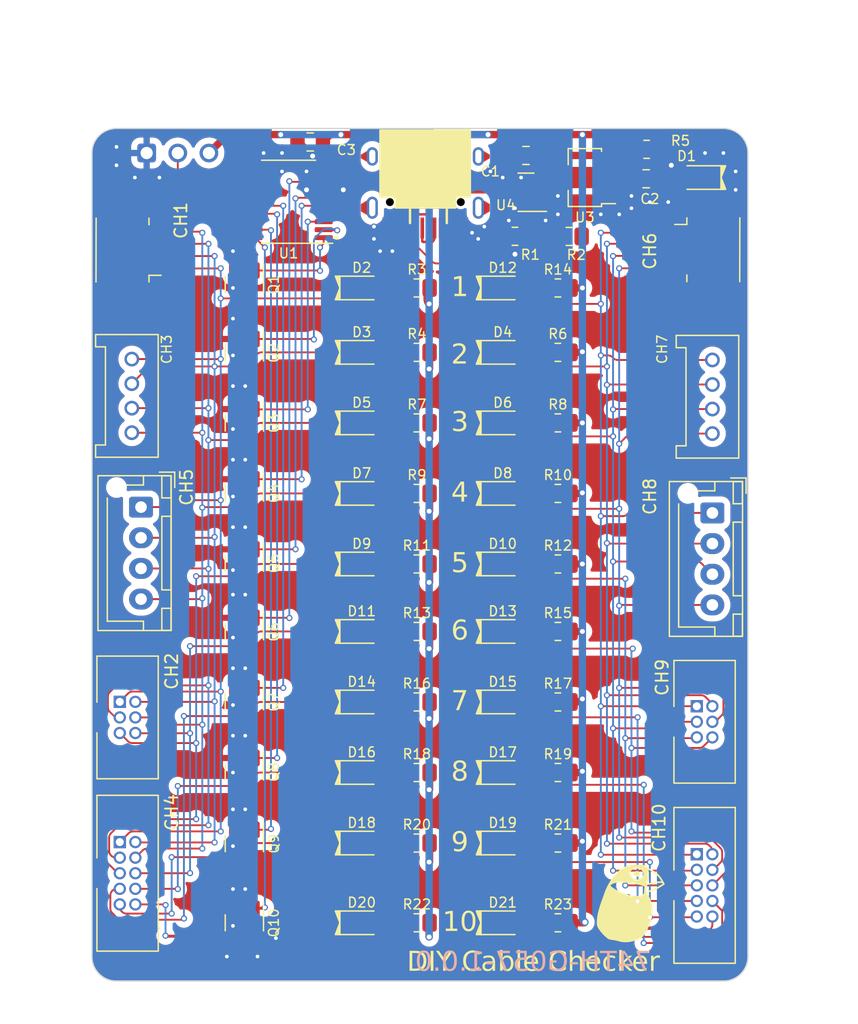
<source format=kicad_pcb>
(kicad_pcb (version 20240108) (generator "pcbnew") (generator_version "8.0")
  (title_block (rev "1.0.0"))
  (layers (0 "F.Cu" signal) (31 "B.Cu" signal) (34 "B.Paste" user) (35 "F.Paste" user) (36 "B.SilkS" user "B.Silkscreen") (37 "F.SilkS" user "F.Silkscreen") (38 "B.Mask" user) (39 "F.Mask" user) (44 "Edge.Cuts" user))
  (net 0 "")
  (net 1 "Net-(U3-VI)")
  (net 2 "GND")
  (net 3 "+3V3")
  (net 4 "/in4")
  (net 5 "/in1")
  (net 6 "/in3")
  (net 7 "/in2")
  (net 8 "/in10")
  (net 9 "/in8")
  (net 10 "/in7")
  (net 11 "/in5")
  (net 12 "/in6")
  (net 13 "/in9")
  (net 14 "/out1")
  (net 15 "/out3")
  (net 16 "/out4")
  (net 17 "/out2")
  (net 18 "/out9")
  (net 19 "/out6")
  (net 20 "/out7")
  (net 21 "/out10")
  (net 22 "/out8")
  (net 23 "/out5")
  (net 24 "/SWDIO")
  (net 25 "Net-(D1-A)")
  (net 26 "Net-(D2-A)")
  (net 27 "Net-(D3-A)")
  (net 28 "Net-(D4-A)")
  (net 29 "Net-(D5-A)")
  (net 30 "Net-(D6-A)")
  (net 31 "Net-(D7-A)")
  (net 32 "Net-(D8-A)")
  (net 33 "Net-(D9-A)")
  (net 34 "Net-(D10-A)")
  (net 35 "Net-(D11-A)")
  (net 36 "Net-(D12-A)")
  (net 37 "Net-(D13-A)")
  (net 38 "Net-(D14-A)")
  (net 39 "Net-(D15-A)")
  (net 40 "Net-(D16-A)")
  (net 41 "Net-(D17-A)")
  (net 42 "Net-(D18-A)")
  (net 43 "Net-(D19-A)")
  (net 44 "Net-(D20-A)")
  (net 45 "Net-(D21-A)")
  (net 46 "Net-(J1-CC2)")
  (net 47 "unconnected-(J1-D--Pad2)_1")
  (net 48 "Net-(J1-CC1)")
  (net 49 "Net-(J1-VBUS)")
  (net 50 "unconnected-(J1-D+-Pad3)_1")
  (net 51 "/ctl1")
  (net 52 "/ctl2")
  (net 53 "/ctl3")
  (net 54 "/ctl4")
  (net 55 "/ctl5")
  (net 56 "/ctl6")
  (net 57 "/ctl7")
  (net 58 "/ctl8")
  (net 59 "/ctl9")
  (net 60 "/ctl10")
  (footprint "74th:Package_SOT-23" (layer "F.Cu") (at 74.93 96.75 -90)
    (property "Reference" "Q10")
    (property "Value" "2N7002")
  )
  (footprint "74th:Register_0805_2012" (layer "F.Cu") (at 100.5 90.25 180)
    (property "Reference" "R21")
    (property "Value" "10k" (hide yes))
  )
  (footprint "74th:Register_0805_2012" (layer "F.Cu") (at 89 50.25 180)
    (property "Reference" "R4")
    (property "Value" "10k" (hide yes))
  )
  (footprint "74th:Package_SOT-23" (layer "F.Cu") (at 74.93 67.4425 -90)
    (property "Reference" "Q5")
    (property "Value" "2N7002")
  )
  (footprint "74th:Package_SOT-89-3" (layer "F.Cu") (at 102.7 36 180)
    (property "Reference" "U3")
    (property "Value" "AMS1117")
  )
  (footprint "74th:Register_0805_2012" (layer "F.Cu") (at 101.4 40.8)
    (property "Reference" "R2")
    (property "Value" "5.1k" (hide yes))
  )
  (footprint "74th:Register_0805_2012" (layer "F.Cu") (at 89 90.25 180)
    (property "Reference" "R20")
    (property "Value" "10k" (hide yes))
  )
  (footprint "74th:LED_0805_2012" (layer "F.Cu") (at 84.5 73)
    (property "Reference" "D11")
    (property "Value" "YELLOW" (hide yes))
  )
  (footprint "74th:Connector_SH-1.0_SMD_4Pin" (layer "F.Cu") (at 66.04 41.91 90)
    (property "Reference" "CH1")
    (property "Value" "SH1.0")
  )
  (footprint "74th:LED_0805_2012" (layer "F.Cu") (at 96 61.75)
    (property "Reference" "D8")
    (property "Value" "BLUE" (hide yes))
  )
  (footprint "74th:Register_0805_2012" (layer "F.Cu") (at 97 40.79)
    (property "Reference" "R1")
    (property "Value" "5.1k" (hide yes))
  )
  (footprint "74th:LED_0805_2012" (layer "F.Cu") (at 112.0325 36 180)
    (property "Reference" "D1")
    (property "Value" "RED" (hide yes))
  )
  (footprint "74th:Connector_HY-2.0_TH-Vertical_4Pin" (layer "F.Cu") (at 113.1 53.87 -90)
    (property "Reference" "CH7")
    (property "Value" "HY2.0")
  )
  (footprint "74th:LED_0805_2012" (layer "F.Cu") (at 96 45)
    (property "Reference" "D12")
    (property "Value" "BLUE" (hide yes))
  )
  (footprint "74th:LED_0805_2012" (layer "F.Cu") (at 84.5 50.25)
    (property "Reference" "D3")
    (property "Value" "BLUE" (hide yes))
  )
  (footprint "74th:Package_TSSOP-20_4.4x6.5mm_P0.65mm" (layer "F.Cu") (at 78.5375 37.975 180)
    (property "Reference" "U1")
    (property "Value" "CH32V003F4P6")
  )
  (footprint "74th:Register_0805_2012" (layer "F.Cu") (at 100.5 50.25 180)
    (property "Reference" "R6")
    (property "Value" "10k" (hide yes))
  )
  (footprint "74th:LED_0805_2012" (layer "F.Cu") (at 96 67.5)
    (property "Reference" "D10")
    (property "Value" "YELLOW" (hide yes))
  )
  (footprint "74th:Register_0805_2012" (layer "F.Cu") (at 100.5 84.5 180)
    (property "Reference" "R19")
    (property "Value" "10k" (hide yes))
  )
  (footprint "74th:Register_0805_2012" (layer "F.Cu") (at 100.5 56 180)
    (property "Reference" "R8")
    (property "Value" "10k" (hide yes))
  )
  (footprint "74th:LED_0805_2012" (layer "F.Cu") (at 96 50.25)
    (property "Reference" "D4")
    (property "Value" "BLUE" (hide yes))
  )
  (footprint "74th:Package_SOT-23" (layer "F.Cu") (at 74.93 50.2975 -90)
    (property "Reference" "Q2")
    (property "Value" "2N7002")
  )
  (footprint "74th:LED_0805_2012" (layer "F.Cu") (at 84.5 78.75)
    (property "Reference" "D14")
    (property "Value" "BLUE" (hide yes))
  )
  (footprint "74th:LED_0805_2012" (layer "F.Cu") (at 84.5 61.75)
    (property "Reference" "D7")
    (property "Value" "BLUE" (hide yes))
  )
  (footprint "74th:Connector_BoxPinHeader_2x03_P1.27mm" (layer "F.Cu") (at 112.465 80.365)
    (property "Reference" "CH9")
    (property "Value" "BoxPinHeader2x3" (hide yes))
  )
  (footprint "74th:Connector_BoxPinHeader_2x05_P1.27mm" (layer "F.Cu") (at 112.465 93.7)
    (property "Reference" "CH10")
    (property "Value" "BoxPinHeader2x5")
  )
  (footprint "74th:Package_SOT-23" (layer "F.Cu") (at 97.9 37.2 180)
    (property "Reference" "U4")
    (property "Value" "CH213K")
  )
  (footprint "74th:Package_SOT-23" (layer "F.Cu") (at 74.93 73.025 -90)
    (property "Reference" "Q6")
    (property "Value" "2N7002")
  )
  (footprint "74th:Register_0805_2012" (layer "F.Cu") (at 89 45 180)
    (property "Reference" "R3")
    (property "Value" "10k" (hide yes))
  )
  (footprint "74th:Package_SOT-23" (layer "F.Cu") (at 74.93 78.74 -90)
    (property "Reference" "Q7")
    (property "Value" "2N7002")
  )
  (footprint "74th:Package_SOT-23" (layer "F.Cu") (at 74.93 44.715 -90)
    (property "Reference" "Q1")
    (property "Value" "2N7002")
  )
  (footprint "74th:Register_0805_2012" (layer "F.Cu") (at 89 84.5 180)
    (property "Reference" "R18")
    (property "Value" "10k" (hide yes))
  )
  (footprint "74th:Register_0805_2012" (layer "F.Cu") (at 89 96.75 180)
    (property "Reference" "R22")
    (property "Value" "10k" (hide yes))
  )
  (footprint "74th:Capacitor_0805_2012" (layer "F.Cu") (at 97.9 34.2 180)
    (property "Reference" "C1")
    (property "Value" "1u" (hide yes))
  )
  (footprint "74th:Register_0805_2012" (layer "F.Cu") (at 100.5 78.75 180)
    (property "Reference" "R17")
    (property "Value" "10k" (hide yes))
  )
  (footprint "74th:LED_0805_2012" (layer "F.Cu") (at 96 96.75)
    (property "Reference" "D21")
    (property "Value" "BLUE" (hide yes))
  )
  (footprint "74th:Register_0805_2012" (layer "F.Cu") (at 89 56 180)
    (property "Reference" "R7")
    (property "Value" "10k" (hide yes))
  )
  (footprint "74th:Register_0805_2012" (layer "F.Cu") (at 100.5 67.5 180)
    (property "Reference" "R12")
    (property "Value" "1k" (hide yes))
  )
  (footprint "74th:Register_0805_2012" (layer "F.Cu") (at 89 73 180)
    (property "Reference" "R13")
    (property "Value" "1k" (hide yes))
  )
  (footprint "Connector_JST:JST_XH_B4B-XH-AM_1x04_P2.50mm_Vertical" (layer "F.Cu") (at 66.5 62.865 -90)
    (property "Reference" "CH5")
    (property "Value" "XH2.5")
  )
  (footprint "74th:Connector_SH-1.0_SMD_4Pin" (layer "F.Cu") (at 112.13 41.885 -90)
    (property "Reference" "CH6")
    (property "Value" "SH1.0")
  )
  (footprint "74th:Register_0805_2012" (layer "F.Cu") (at 100.5 96.75 180)
    (property "Reference" "R23")
    (property "Value" "10k" (hide yes))
  )
  (footprint "74th:Package_SOT-23" (layer "F.Cu") (at 74.93 56.0125 -90)
    (property "Reference" "Q3")
    (property "Value" "2N7002")
  )
  (footprint "74th:Package_SOT-23" (layer "F.Cu") (at 74.93 61.7275 -90)
    (property "Reference" "Q4")
    (property "Value" "2N7002")
  )
  (footprint "74th:Package_SOT-23" (layer "F.Cu") (at 74.93 90.3025 -90)
    (property "Reference" "Q9")
    (property "Value" "2N7002")
  )
  (footprint "74th:LED_0805_2012" (layer "F.Cu") (at 96 90.25)
    (property "Reference" "D19")
    (property "Value" "BLUE" (hide yes))
  )
  (footprint "74th:LED_0805_2012" (layer "F.Cu") (at 84.5 56)
    (property "Reference" "D5")
    (property "Value" "BLUE" (hide yes))
  )
  (footprint "74th:Register_0805_2012" (layer "F.Cu") (at 100.5 45 180)
    (property "Reference" "R14")
    (property "Value" "10k" (hide yes))
  )
  (footprint "74th:LED_0805_2012" (layer "F.Cu") (at 96 56)
    (property "Reference" "D6")
    (property "Value" "BLUE" (hide yes))
  )
  (footprint "74th:Register_0805_2012" (layer "F.Cu") (at 89 78.75 180)
    (property "Reference" "R16")
    (property "Value" "10k" (hide yes))
  )
  (footprint "74th:LED_0805_2012" (layer "F.Cu") (at 84.5 96.75)
    (property "Reference" "D20")
    (property "Value" "BLUE" (hide yes))
  )
  (footprint "74th:PinOut_Pin_3_3GND" (layer "F.Cu") (at 72.04 34 180)
    (property "Reference" "CH11" (hide yes))
    (property "Value" "SWD" (hide yes))
  )
  (footprint "74th:LED_0805_2012" (layer "F.Cu") (at 96 78.75)
    (property "Reference" "D15")
    (property "Value" "BLUE" (hide yes))
  )
  (footprint "74th:LED_0805_2012" (layer "F.Cu") (at 84.5 45)
    (property "Reference" "D2")
    (property "Value" "BLUE" (hide yes))
  )
  (footprint "74th:Connector_HY-2.0_TH-Vertical_4Pin" (layer "F.Cu") (at 65.75 53.8 -90)
    (property "Reference" "CH3")
    (property "Value" "HY2.0")
  )
  (footprint "$74th:74th-7.5mm" (layer "F.Cu") (at 106.25 95.5)
    (property "Reference" "MISC-ICON" (hide yes))
    (property "Value" "LOGO" (hide yes))
  )
  (footprint "74th:Connector_BoxPinHeader_2x05_P1.27mm" (layer "F.Cu") (at 65.405 92.71)
    (property "Reference" "CH4")
    (property "Value" "BoxPinHeader2x5")
  )
  (footprint "74th:Register_0805_2012" (layer "F.Cu") (at 100.5 73 180)
    (property "Reference" "R15")
    (property "Value" "1k" (hide yes))
  )
  (footprint "74th:Package_SOT-23" (layer "F.Cu") (at 74.93 84.455 -90)
    (property "Reference" "Q8")
    (property "Value" "2N7002")
  )
  (footprint "74th:Register_0805_2012" (layer "F.Cu") (at 100.5 61.75 180)
    (property "Reference" "R10")
    (property "Value" "10k" (hide yes))
  )
  (footprint "74th:LED_0805_2012" (layer "F.Cu") (at 84.5 90.25)
    (property "Reference" "D18")
    (property "Value" "BLUE" (hide yes))
  )
  (footprint "74th:LED_0805_2012" (layer "F.Cu") (at 96 84.5)
    (property "Reference" "D17")
    (property "Value" "BLUE" (hide yes))
  )
  (footprint "74th:LED_0805_2012" (layer "F.Cu") (at 96 73)
    (property "Reference" "D13")
    (property "Value" "YELLOW" (hide yes))
  )
  (footprint "74th:Capacitor_0805_2012" (layer "F.Cu") (at 107.7 36.1)
    (property "Reference" "C2")
    (property "Value" "1u" (hide yes))
  )
  (footprint "74th:Connector_BoxPinHeader_2x03_P1.27mm" (layer "F.Cu") (at 65.405 80.01)
    (property "Reference" "CH2")
    (property "Value" "BoxPinHeader2x3" (hide yes))
  )
  (footprint "74th:Register_0805_2012" (layer "F.Cu") (at 107.7375 33.7)
    (property "Reference" "R5")
    (property "Value" "5.1k" (hide yes))
  )
  (footprint "74th:Connector_USB-C-Receptacle_SMT_12-Pin_Simple" (layer "F.Cu") (at 89.69 34.38 180)
    (property "Reference" "J1" (hide yes))
    (property "Value" "USB2.0-C_SMT")
  )
  (footprint "74th:Capacitor_0805_2012" (layer "F.Cu") (at 80.3 33.1 180)
    (property "Reference" "C3")
    (property "Value" "100n" (hide yes))
  )
  (footprint "Connector_JST:JST_XH_B4B-XH-AM_1x04_P2.50mm_Vertical" (layer "F.Cu") (at 113.1 63.34 -90)
    (property "Reference" "CH8")
    (property "Value" "XH2.5")
  )
  (footprint "74th:LED_0805_2012" (layer "F.Cu") (at 84.5 84.5)
    (property "Reference" "D16")
    (property "Value" "BLUE" (hide yes))
  )
  (footprint "74th:LED_0805_2012" (layer "F.Cu") (at 84.5 67.5)
    (property "Reference" "D9")
    (property "Value" "YELLOW" (hide yes))
  )
  (footprint "74th:Register_0805_2012" (layer "F.Cu") (at 89 61.75 180)
    (property "Reference" "R9")
    (property "Value" "10k" (hide yes))
  )
  (footprint "74th:Register_0805_2012" (layer "F.Cu") (at 89 67.5 180)
    (property "Reference" "R11")
    (property "Value" "1k" (hide yes))
  )
  (gr_line (start 62.5 34) (end 62.5 99.5) (stroke (width 0.1)) (layer "Edge.Cuts"))
  (gr_arc (start 116 99.5) (mid 115.414214 100.914214) (end 114 101.5) (stroke (width 0.1)) (layer "Edge.Cuts"))
  (gr_arc (start 64.5 101.5) (mid 63.085786 100.914214) (end 62.5 99.5) (stroke (width 0.1)) (layer "Edge.Cuts"))
  (gr_line (start 116 99.5) (end 116 34) (stroke (width 0.1)) (layer "Edge.Cuts"))
  (gr_line (start 64.5 101.5) (end 114 101.5) (stroke (width 0.1)) (layer "Edge.Cuts"))
  (gr_arc (start 62.5 34) (mid 63.085786 32.585786) (end 64.5 32) (stroke (width 0.1)) (layer "Edge.Cuts"))
  (gr_arc (start 114 32) (mid 115.414214 32.585786) (end 116 34) (stroke (width 0.1)) (layer "Edge.Cuts"))
  (gr_line (start 114 32) (end 64.5 32) (stroke (width 0.1)) (layer "Edge.Cuts"))
  (gr_text "74TH-G057-${REVISION}" (at 98.5 100 0) (layer "B.SilkS") (effects (font (size 1.6 1.6) (thickness 0.16)) (justify mirror)))
  (gr_text "3" (at 92.5 56 0) (layer "F.SilkS") (effects (font (size 1.6 1.6) (thickness 0.16))))
  (gr_text "1" (at 92.5 45 0) (layer "F.SilkS") (effects (font (size 1.6 1.6) (thickness 0.16))))
  (gr_text "5" (at 92.5 67.5 0) (layer "F.SilkS") (effects (font (size 1.6 1.6) (thickness 0.16))))
  (gr_text "10" (at 92.5 96.75 0) (layer "F.SilkS") (effects (font (size 1.6 1.6) (thickness 0.16))))
  (gr_text "DIY Cable Checker" (at 98.5 100 0) (layer "F.SilkS") (effects (font (size 1.6 1.6) (thickness 0.16))))
  (gr_text "2" (at 92.5 50.5 0) (layer "F.SilkS") (effects (font (size 1.6 1.6) (thickness 0.16))))
  (gr_text "9" (at 92.5 90.25 0) (layer "F.SilkS") (effects (font (size 1.6 1.6) (thickness 0.16))))
  (gr_text "7" (at 92.5 78.75 0) (layer "F.SilkS") (effects (font (size 1.6 1.6) (thickness 0.16))))
  (gr_text "4" (at 92.5 61.75 0) (layer "F.SilkS") (effects (font (size 1.6 1.6) (thickness 0.16))))
  (gr_text "8" (at 92.5 84.5 0) (layer "F.SilkS") (effects (font (size 1.6 1.6) (thickness 0.16))))
  (gr_text "6" (at 92.5 73 0) (layer "F.SilkS") (effects (font (size 1.6 1.6) (thickness 0.16))))
  (segment (start 98.9375 34.2) (end 104.142893 34.2) (width 0.6) (layer "F.Cu") (net 1))
  (segment (start 104.496447 34.346447) (end 104.65 34.5) (width 0.6) (layer "F.Cu") (net 1))
  (segment (start 99.0375 36.25) (end 99.0375 34.3) (width 0.6) (layer "F.Cu") (net 1))
  (arc (start 104.496447 34.346447) (mid 104.334235 34.23806) (end 104.142893 34.2) (width 0.6) (layer "F.Cu") (net 1))
  (segment (start 81.4 37) (end 80 37) (width 0.6) (layer "F.Cu") (net 2))
  (segment (start 81.4 37) (end 83 37) (width 0.6) (layer "F.Cu") (net 2))
  (segment (start 108.7375 36.0125) (end 109.75 35) (width 0.6) (layer "F.Cu") (net 2))
  (segment (start 79.35 33.1) (end 80.5 34.25) (width 0.6) (layer "F.Cu") (net 2))
  (via (at 78 34) (size 0.5) (drill 0.3) (layers "F.Cu" "B.Cu") (net 2))
  (via (at 74 84.5) (size 0.5) (drill 0.3) (layers "F.Cu" "B.Cu") (net 2))
  (via (at 76 99.5) (size 0.5) (drill 0.3) (layers "F.Cu" "B.Cu") (net 2))
  (via (at 74 81.5) (size 0.5) (drill 0.3) (layers "F.Cu" "B.Cu") (net 2))
  (via (at 96.5 39.5) (size 0.5) (drill 0.3) (layers "F.Cu" "B.Cu") (net 2))
  (via (at 75 76) (size 0.5) (drill 0.3) (layers "F.Cu" "B.Cu") (net 2))
  (via (at 74 97) (size 0.5) (drill 0.3) (layers "F.Cu" "B.Cu") (net 2))
  (via (at 64.5 35) (size 0.5) (drill 0.3) (layers "F.Cu" "B.Cu") (net 2))
  (via (at 66 36) (size 0.5) (drill 0.3) (layers "F.Cu" "B.Cu") (net 2))
  (via (at 97 42.25) (size 0.6) (drill 0.4) (layers "F.Cu" "B.Cu") (net 2))
  (via (at 74 64.5) (size 0.5) (drill 0.3) (layers "F.Cu" "B.Cu") (net 2))
  (via (at 75 87.5) (size 0.5) (drill 0.3) (layers "F.Cu" "B.Cu") (net 2))
  (via (at 74 59) (size 0.5) (drill 0.3) (layers "F.Cu" "B.Cu") (net 2))
  (via (at 87 42) (size 0.5) (drill 0.3) (layers "F.Cu" "B.Cu") (net 2))
  (via (at 75 53) (size 0.5) (drill 0.3) (layers "F.Cu" "B.Cu") (net 2))
  (via (at 80 35.5) (size 0.5) (drill 0.3) (layers "F.Cu" "B.Cu") (net 2))
  (via (at 74 56.5) (size 0.5) (drill 0.3) (layers "F.Cu" "B.Cu") (net 2))
  (via (at 114 34) (size 0.5) (drill 0.3) (layers "F.Cu" "B.Cu") (net 2))
  (via (at 104 39) (size 0.5) (drill 0.3) (layers "F.Cu" "B.Cu") (net 2))
  (via (at 74 94) (size 0.5) (drill 0.3) (layers "F.Cu" "B.Cu") (net 2))
  (via (at 74 79) (size 0.5) (drill 0.3) (layers "F.Cu" "B.Cu") (net 2))
  (via (at 105.5 39) (size 0.5) (drill 0.3) (layers "F.Cu" "B.Cu") (net 2))
  (via (at 78 35.5) (size 0.5) (drill 0.3) (layers "F.Cu" "B.Cu") (net 2))
  (via (at 64.5 33.5) (size 0.5) (drill 0.3) (layers "F.Cu" "B.Cu") (net 2))
  (via (at 74 70) (size 0.5) (drill 0.3) (layers "F.Cu" "B.Cu") (net 2))
  (via (at 97 38.5) (size 0.5) (drill 0.3) (layers "F.Cu" "B.Cu") (net 2))
  (via (at 77.5 98) (size 0.5) (drill 0.3) (layers "F.Cu" "B.Cu") (net 2))
  (via (at 108 38) (size 0.5) (drill 0.3) (layers "F.Cu" "B.Cu") (net 2))
  (via (at 106.5 38.5) (size 0.5) (drill 0.3) (layers "F.Cu" "B.Cu") (net 2))
  (via (at 100.5 37.5) (size 0.5) (drill 0.3) (layers "F.Cu" "B.Cu") (net 2))
  (via (at 74 47.5) (size 0.5) (drill 0.3) (layers "F.Cu" "B.Cu") (net 2))
  (via (at 74 42) (size 0.5) (drill 0.3) (layers "F.Cu" "B.Cu") (net 2))
  (via (at 80.5 34.25) (size 0.6) (drill 0.4) (layers "F.Cu" "B.Cu") (net 2))
  (via (at 74 50.5) (size 0.5) (drill 0.3) (layers "F.Cu" "B.Cu") (net 2))
  (via (at 93.5 40.5) (size 0.5) (drill 0.3) (layers "F.Cu" "B.Cu") (net 2))
  (via (at 94.5 40) (size 0.5) (drill 0.3) (layers "F.Cu" "B.Cu") (net 2))
  (via (at 99.5 39.5) (size 0.5) (drill 0.3) (layers "F.Cu" "B.Cu") (net 2))
  (via (at 74 87.5) (size 0.5) (drill 0.3) (layers "F.Cu" "B.Cu") (net 2))
  (via (at 94 41) (size 0.5) (drill 0.3) (layers "F.Cu" "B.Cu") (net 2))
  (via (at 68 36) (size 0.5) (drill 0.3) (layers "F.Cu" "B.Cu") (net 2))
  (via (at 109.75 35) (size 0.6) (drill 0.4) (layers "F.Cu" "B.Cu") (net 2))
  (via (at 74 90.5) (size 0.5) (drill 0.3) (layers "F.Cu" "B.Cu") (net 2))
  (via (at 85.5 41) (size 0.5) (drill 0.3) (layers "F.Cu" "B.Cu") (net 2))
  (via (at 74 45) (size 0.5) (drill 0.3) (layers "F.Cu" "B.Cu") (net 2))
  (via (at 74 53) (size 0.5) (drill 0.3) (layers "F.Cu" "B.Cu") (net 2))
  (via (at 74 76) (size 0.5) (drill 0.3) (layers "F.Cu" "B.Cu") (net 2))
  (via (at 95 35.5) (size 0.5) (drill 0.3) (layers "F.Cu" "B.Cu") (net 2))
  (via (at 106.5 37.5) (size 0.5) (drill 0.3) (layers "F.Cu" "B.Cu") (net 2))
  (via (at 74 68) (size 0.5) (drill 0.3) (layers "F.Cu" "B.Cu") (net 2))
  (via (at 75 81.5) (size 0.5) (drill 0.3) (layers "F.Cu" "B.Cu") (net 2))
  (via (at 80 37) (size 0.6) (drill 0.4) (layers "F.Cu" "B.Cu") (net 2))
  (via (at 86 42) (size 0.5) (drill 0.3) (layers "F.Cu" "B.Cu") (net 2))
  (via (at 76.5 34) (size 0.5) (drill 0.3) (layers "F.Cu" "B.Cu") (net 2))
  (via (at 75 64.5) (size 0.5) (drill 0.3) (layers "F.Cu" "B.Cu") (net 2))
  (via (at 100.5 39) (size 0.5) (drill 0.3) (layers "F.Cu" "B.Cu") (net 2))
  (via (at 109.5 38) (size 0.5) (drill 0.3) (layers "F.Cu" "B.Cu") (net 2))
  (via (at 115 35.5) (size 0.5) (drill 0.3) (layers "F.Cu" "B.Cu") (net 2))
  (via (at 74 62) (size 0.5) (drill 0.3) (layers "F.Cu" "B.Cu") (net 2))
  (via (at 97.5 36) (size 0.5) (drill 0.3) (layers "F.Cu" "B.Cu") (net 2))
  (via (at 74 73.5) (size 0.5) (drill 0.3) (layers "F.Cu" "B.Cu") (net 2))
  (via (at 115 37) (size 0.5) (drill 0.3) (layers "F.Cu" "B.Cu") (net 2))
  (via (at 85.5 40) (size 0.5) (drill 0.3) (layers "F.Cu" "B.Cu") (net 2))
  (via (at 75 94) (size 0.5) (drill 0.3) (layers "F.Cu" "B.Cu") (net 2))
  (via (at 112.5 34) (size 0.5) (drill 0.3) (layers "F.Cu" "B.Cu") (net 2))
  (via (at 75 59) (size 0.5) (drill 0.3) (layers "F.Cu" "B.Cu") (net 2))
  (via (at 75 70) (size 0.5) (drill 0.3) (layers "F.Cu" "B.Cu") (net 2))
  (via (at 83 37) (size 0.6) (drill 0.4) (layers "F.Cu" "B.Cu") (net 2))
  (via (at 73.5 99.5) (size 0.5) (drill 0.3) (layers "F.Cu" "B.Cu") (net 2))
  (via (at 96 36) (size 0.5) (drill 0.3) (layers "F.Cu" "B.Cu") (net 2))
  (segment (start 101.5375 84.5) (end 102.4 84.5) (width 0.6) (layer "F.Cu") (net 3))
  (segment (start 90.0375 67.5) (end 90.0375 68.9625) (width 0.6) (layer "F.Cu") (net 3))
  (segment (start 90.0375 85.8625) (end 90 85.9) (width 0.6) (layer "F.Cu") (net 3))
  (segment (start 90.0375 56) (end 90.0375 57.2625) (width 0.6) (layer "F.Cu") (net 3))
  (segment (start 102.396447 78.603553) (end 102.5 78.5) (width 0.6) (layer "F.Cu") (net 3))
  (segment (start 90.0375 84.5) (end 90.0375 85.8625) (width 0.6) (layer "F.Cu") (net 3))
  (segment (start 102.45 61.75) (end 102.5 61.7) (width 0.6) (layer "F.Cu") (net 3))
  (segment (start 90.0375 51.5625) (end 90 51.6) (width 0.6) (layer "F.Cu") (net 3))
  (segment (start 90.0375 91.7625) (end 90 91.8) (width 0.6) (layer "F.Cu") (net 3))
  (segment (start 73.393553 32.646447) (end 72.04 34) (width 0.6) (layer "F.Cu") (net 3))
  (segment (start 106.7 33.7) (end 106.7 36.0625) (width 0.6) (layer "F.Cu") (net 3))
  (segment (start 101.5375 78.75) (end 102.042893 78.75) (width 0.6) (layer "F.Cu") (net 3))
  (segment (start 90.0375 57.2625) (end 90 57.3) (width 0.6) (layer "F.Cu") (net 3))
  (segment (start 102.5 45) (end 101.4525 45) (width 0.6) (layer "F.Cu") (net 3))
  (segment (start 101.5375 61.75) (end 102.45 61.75) (width 0.6) (layer "F.Cu") (net 3))
  (segment (start 90 46.3) (end 89.983946 46.283946) (width 0.6) (layer "F.Cu") (net 3))
  (segment (start 90.0375 74.3625) (end 90 74.4) (width 0.6) (layer "F.Cu") (net 3))
  (segment (start 90.0375 78.75) (end 90.0375 80.0625) (width 0.6) (layer "F.Cu") (net 3))
  (segment (start 101.5375 50.25) (end 102.45 50.25) (width 0.6) (layer "F.Cu") (net 3))
  (segment (start 89.8375 45.930393) (end 89.8375 45) (width 0.6) (layer "F.Cu") (net 3))
  (segment (start 90.0375 63.1625) (end 90 63.2) (width 0.6) (layer "F.Cu") (net 3))
  (segment (start 82.7 35.192893) (end 82.7 34.669607) (width 0.6) (layer "F.Cu") (net 3))
  (segment (start 90.0375 68.9625) (end 90 69) (width 0.6) (layer "F.Cu") (net 3))
  (segment (start 101.5375 90.25) (end 102.142893 90.25) (width 0.6) (layer "F.Cu") (net 3))
  (segment (start 90.0375 90.25) (end 90.0375 91.7625) (width 0.6) (layer "F.Cu") (net 3))
  (segment (start 90 97.9) (end 90 96.7875) (width 0.6) (layer "F.Cu") (net 3))
  (segment (start 90.0375 50.25) (end 90.0375 51.5625) (width 0.6) (layer "F.Cu") (net 3))
  (segment (start 101.5375 56) (end 102.5 56) (width 0.6) (layer "F.Cu") (net 3))
  (segment (start 82.553553 34.316053) (end 81.3375 33.1) (width 0.6) (layer "F.Cu") (net 3))
  (segment (start 77.9 32.5) (end 73.747107 32.5) (width 0.6) (layer "F.Cu") (net 3))
  (segment (start 102.5 32.5) (end 95.1 32.5) (width 0.6) (layer "F.Cu") (net 3))
  (segment (start 102.4 84.5) (end 102.5 84.4) (width 0.6) (layer "F.Cu") (net 3))
  (segment (start 90.0375 80.0625) (end 90 80.1) (width 0.6) (layer "F.Cu") (net 3))
  (segment (start 101.5375 73) (end 102.5 73) (width 0.6) (layer "F.Cu") (net 3))
  (segment (start 81.4 35.7) (end 82.192893 35.7) (width 0.6) (layer "F.Cu") (net 3))
  (segment (start 90.0375 61.75) (end 90.0375 63.1625) (width 0.6) (layer "F.Cu") (net 3))
  (segment (start 82.8 32.5) (end 82.144607 32.5) (width 0.6) (layer "F.Cu") (net 3))
  (segment (start 106.6625 36.1) (end 104.6625 36.1) (width 0.6) (layer "F.Cu") (net 3))
  (segment (start 102.45 50.25) (end 102.5 50.2) (width 0.6) (layer "F.Cu") (net 3))
  (segment (start 101.5375 96.75) (end 102.65 96.75) (width 0.6) (layer "F.Cu") (net 3))
  (segment (start 105.646447 32.646447) (end 106.7 33.7) (width 0.6) (layer "F.Cu") (net 3))
  (segment (start 95.1 32.5) (end 82.8 32.5) (width 0.6) (layer "F.Cu") (net 3))
  (segment (start 95.1 32.5) (end 94.8 32.5) (width 0.6) (layer "F.Cu") (net 3))
  (segment (start 102.65 96.75) (end 102.7 96.7) (width 0.6) (layer "F.Cu") (net 3))
  (segment (start 82.546447 35.553553) (end 82.553554 35.546446) (width 0.6) (layer "F.Cu") (net 3))
  (segment (start 102.496447 90.103553) (end 102.5 90.1) (width 0.6) (layer "F.Cu") (net 3))
  (segment (start 90.0375 73) (end 90.0375 74.3625) (width 0.6) (layer "F.Cu") (net 3))
  (segment (start 81.791053 32.646447) (end 81.3375 33.1) (width 0.6) (layer "F.Cu") (net 3))
  (segment (start 102.5 32.5) (end 105.292893 32.5) (width 0.6) (layer "F.Cu") (net 3))
  (segment (start 101.5375 67.5) (end 102.5 67.5) (width 0.6) (layer "F.Cu") (net 3))
  (via (at 82.8 32.5) (size 0.6) (drill 0.4) (layers "F.Cu" "B.Cu") (net 3))
  (via (at 90 57.3) (size 0.6) (drill 0.4) (layers "F.Cu" "B.Cu") (net 3))
  (via (at 90 85.9) (size 0.6) (drill 0.4) (layers "F.Cu" "B.Cu") (net 3))
  (via (at 90 80.1) (size 0.6) (drill 0.4) (layers "F.Cu" "B.Cu") (net 3))
  (via (at 102.5 45) (size 0.6) (drill 0.4) (layers "F.Cu" "B.Cu") (net 3))
  (via (at 102.5 73) (size 0.6) (drill 0.4) (layers "F.Cu" "B.Cu") (net 3))
  (via (at 90 74.4) (size 0.6) (drill 0.4) (layers "F.Cu" "B.Cu") (net 3))
  (via (at 90 51.6) (size 0.6) (drill 0.4) (layers "F.Cu" "B.Cu") (net 3))
  (via (at 102.5 90.1) (size 0.6) (drill 0.4) (layers "F.Cu" "B.Cu") (net 3))
  (via (at 94.8 32.5) (size 0.6) (drill 0.4) (layers "F.Cu" "B.Cu") (net 3))
  (via (at 102.5 61.7) (size 0.6) (drill 0.4) (layers "F.Cu" "B.Cu") (net 3))
  (via (at 90 63.2) (size 0.6) (drill 0.4) (layers "F.Cu" "B.Cu") (net 3))
  (via (at 102.5 78.5) (size 0.6) (drill 0.4) (layers "F.Cu" "B.Cu") (net 3))
  (via (at 90 97.9) (size 0.6) (drill 0.4) (layers "F.Cu" "B.Cu") (net 3))
  (via (at 102.5 67.5) (size 0.6) (drill 0.4) (layers "F.Cu" "B.Cu") (net 3))
  (via (at 90 69) (size 0.6) (drill 0.4) (layers "F.Cu" "B.Cu") (net 3))
  (via (at 102.5 56) (size 0.6) (drill 0.4) (layers "F.Cu" "B.Cu") (net 3))
  (via (at 102.7 96.7) (size 0.6) (drill 0.4) (layers "F.Cu" "B.Cu") (net 3))
  (via (at 102.5 32.5) (size 0.6) (drill 0.4) (layers "F.Cu" "B.Cu") (net 3))
  (via (at 90 91.8) (size 0.6) (drill 0.4) (layers "F.Cu" "B.Cu") (net 3))
  (via (at 102.5 84.4) (size 0.6) (drill 0.4) (layers "F.Cu" "B.Cu") (net 3))
  (via (at 77.9 32.5) (size 0.6) (drill 0.4) (layers "F.Cu" "B.Cu") (net 3))
  (via (at 102.5 50.2) (size 0.6) (drill 0.4) (layers "F.Cu" "B.Cu") (net 3))
  (via (at 90 46.3) (size 0.6) (drill 0.4) (layers "F.Cu" "B.Cu") (net 3))
  (arc (start 102.396447 78.603553) (mid 102.234235 78.71194) (end 102.042893 78.75) (width 0.6) (layer "F.Cu") (net 3))
  (arc (start 81.791053 32.646447) (mid 81.953265 32.53806) (end 82.144607 32.5) (width 0.6) (layer "F.Cu") (net 3))
  (arc (start 82.7 34.669607) (mid 82.66194 34.478265) (end 82.553553 34.316053) (width 0.6) (layer "F.Cu") (net 3))
  (arc (start 89.983946 46.283946) (mid 89.87556 46.121734) (end 89.8375 45.930393) (width 0.6) (layer "F.Cu") (net 3))
  (arc (start 105.292893 32.5) (mid 105.484235 32.53806) (end 105.646447 32.646447) (width 0.6) (layer "F.Cu") (net 3))
  (arc (start 82.7 35.192893) (mid 82.66194 35.384234) (end 82.553554 35.546446) (width 0.6) (layer "F.Cu") (net 3))
  (arc (start 82.546447 35.553553) (mid 82.384235 35.66194) (end 82.192893 35.7) (width 0.6) (layer "F.Cu") (net 3))
  (arc (start 73.393553 32.646447) (mid 73.555765 32.53806) (end 73.747107 32.5) (width 0.6) (layer "F.Cu") (net 3))
  (arc (start 102.142893 90.25) (mid 102.334235 90.21194) (end 102.496447 90.103553) (width 0.6) (layer "F.Cu") (net 3))
  (segment (start 90 85.9) (end 90 97.9) (width 0.6) (layer "B.Cu") (net 3))
  (segment (start 91.407107 32.5) (end 94.8 32.5) (width 0.6) (layer "B.Cu") (net 3))
  (segment (start 102.5 50.2) (end 102.5 56) (width 0.6) (layer "B.Cu") (net 3))
  (segment (start 102.646447 96.646447) (end 102.7 96.7) (width 0.6) (layer "B.Cu") (net 3))
  (segment (start 102.5 45) (end 102.5 50.2) (width 0.6) (layer "B.Cu") (net 3))
  (segment (start 90 63.2) (end 90 69) (width 0.6) (layer "B.Cu") (net 3))
  (segment (start 102.5 67.5) (end 102.5 73) (width 0.6) (layer "B.Cu") (net 3))
  (segment (start 102.5 84.4) (end 102.5 90.1) (width 0.6) (layer "B.Cu") (net 3))
  (segment (start 102.5 78.5) (end 102.5 84.4) (width 0.6) (layer "B.Cu") (net 3))
  (segment (start 90 46.3) (end 90 51.6) (width 0.6) (layer "B.Cu") (net 3))
  (segment (start 90 69) (end 90 74.4) (width 0.6) (layer "B.Cu") (net 3))
  (segment (start 102.5 32.5) (end 102.5 45) (width 0.6) (layer "B.Cu") (net 3))
  (segment (start 90 74.4) (end 90 80.1) (width 0.6) (layer "B.Cu") (net 3))
  (segment (start 90 80.1) (end 90 85.9) (width 0.6) (layer "B.Cu") (net 3))
  (segment (start 102.5 61.7) (end 102.5 67.5) (width 0.6) (layer "B.Cu") (net 3))
  (segment (start 90.146447 33.553553) (end 91.053554 32.646446) (width 0.6) (layer "B.Cu") (net 3))
  (segment (start 90 57.3) (end 90 63.2) (width 0.6) (layer "B.Cu") (net 3))
  (segment (start 90 51.6) (end 90 57.3) (width 0.6) (layer "B.Cu") (net 3))
  (segment (start 77.9 32.5) (end 82.8 32.5) (width 0.6) (layer "B.Cu") (net 3))
  (segment (start 102.5 90.1) (end 102.5 96.292893) (width 0.6) (layer "B.Cu") (net 3))
  (segment (start 102.5 73) (end 102.5 78.5) (width 0.6) (layer "B.Cu") (net 3))
  (segment (start 102.5 56) (end 102.5 61.7) (width 0.6) (layer "B.Cu") (net 3))
  (segment (start 90 46.3) (end 90 33.907107) (width 0.6) (layer "B.Cu") (net 3))
  (arc (start 91.053554 32.646446) (mid 91.215766 32.53806) (end 91.407107 32.5) (width 0.6) (layer "B.Cu") (net 3))
  (arc (start 90 33.907107) (mid 90.03806 33.715765) (end 90.146447 33.553553) (width 0.6) (layer "B.Cu") (net 3))
  (arc (start 102.5 96.292893) (mid 102.53806 96.484235) (end 102.646447 96.646447) (width 0.6) (layer "B.Cu") (net 3))
  (segment (start 71.535 62.865) (end 74.93 62.865) (width 0.15) (layer "F.Cu") (net 4))
  (segment (start 71.5 62.9) (end 71.535 62.865) (width 0.15) (layer "F.Cu") (net 4))
  (segment (start 69.207107 80.6) (end 71.5 80.6) (width 0.15) (layer "F.Cu") (net 4))
  (segment (start 71.5 90.7) (end 66.987107 90.7) (width 0.15) (layer "F.Cu") (net 4))
  (segment (start 75.898553 61.896447) (end 74.93 62.865) (width 0.15) (layer "F.Cu") (net 4))
  (segment (start 68 70.365) (end 66.5 70.365) (width 0.15) (layer "F.Cu") (net 4))
  (segment (start 67.5 56.8) (end 65.75 56.8) (width 0.15) (layer "F.Cu") (net 4))
  (segment (start 66.04 80.01) (end 68.202893 80.01) (width 0.15) (layer "F.Cu") (net 4))
  (segment (start 71.41 40.41) (end 67.615 40.41) (width 0.15) (layer "F.Cu") (net 4))
  (segment (start 66.633553 90.846447) (end 66.04 91.44) (width 0.15) (layer "F.Cu") (net 4))
  (segment (start 65.405 56.8) (end 67.5 56.8) (width 0.15) (layer "F.Cu") (net 4))
  (segment (start 67.5 56.8) (end 71.5 56.8) (width 0.15) (layer "F.Cu") (net 4))
  (segment (start 83.475 61.75) (end 76.252107 61.75) (width 0.15) (layer "F.Cu") (net 4))
  (segment (start 68.556447 80.156447) (end 68.853554 80.453554) (width 0.15) (layer "F.Cu") (net 4))
  (segment (start 71.5 40.5) (end 71.41 40.41) (width 0.15) (layer "F.Cu") (net 4))
  (segment (start 71.435 70.365) (end 71.5 70.3) (width 0.15) (layer "F.Cu") (net 4))
  (segment (start 66.04 70.365) (end 68 70.365) (width 0.15) (layer "F.Cu") (net 4))
  (segment (start 68 70.365) (end 71.435 70.365) (width 0.15) (layer "F.Cu") (net 4))
  (via (at 71.5 56.8) (size 0.5) (drill 0.3) (layers "F.Cu" "B.Cu") (net 4))
  (via (at 71.5 62.9) (size 0.5) (drill 0.3) (layers "F.Cu" "B.Cu") (net 4))
  (via (at 71.5 80.6) (size 0.5) (drill 0.3) (layers "F.Cu" "B.Cu") (net 4))
  (via (at 71.5 70.3) (size 0.5) (drill 0.3) (layers "F.Cu" "B.Cu") (net 4))
  (via (at 71.5 90.7) (size 0.5) (drill 0.3) (layers "F.Cu" "B.Cu") (net 4))
  (via (at 71.5 40.5) (size 0.5) (drill 0.3) (layers "F.Cu" "B.Cu") (net 4))
  (arc (start 68.556447 80.156447) (mid 68.394235 80.04806) (end 68.202893 80.01) (width 0.15) (layer "F.Cu") (net 4))
  (arc (start 66.633553 90.846447) (mid 66.795765 90.73806) (end 66.987107 90.7) (width 0.15) (layer "F.Cu") (net 4))
  (arc (start 68.853554 80.453554) (mid 69.015766 80.56194) (end 69.207107 80.6) (width 0.15) (layer "F.Cu") (net 4))
  (arc (start 76.252107 61.75) (mid 76.060765 61.78806) (end 75.898553 61.896447) (width 0.15) (layer "F.Cu") (net 4))
  (segment (start 71.5 62.9) (end 71.5 70.3) (width 0.15) (layer "B.Cu") (net 4))
  (segment (start 71.5 56.8) (end 71.5 40.5) (width 0.15) (layer "B.Cu") (net 4))
  (segment (start 71.5 70.3) (end 71.5 80.6) (width 0.15) (layer "B.Cu") (net 4))
  (segment (start 71.5 62.9) (end 71.5 56.8) (width 0.15) (layer "B.Cu") (net 4))
  (segment (start 71.5 90.7) (end 71.5 80.6) (width 0.15) (layer "B.Cu") (net 4))
  (segment (start 66.04 62.865) (end 68.735 62.865) (width 0.15) (layer "F.Cu") (net 5))
  (segment (start 65.405 50.8) (end 67.25 50.8) (width 0.15) (layer "F.Cu") (net 5))
  (segment (start 81.5 45.8525) (end 82.490393 45.8525) (width 0.15) (layer "F.Cu") (net 5))
  (segment (start 83.475 45) (end 82.768946 45.706054) (width 0.15) (layer "F.Cu") (net 5))
  (segment (start 73 89.3) (end 65.847107 89.3) (width 0.15) (layer "F.Cu") (net 5))
  (segment (start 65.453553 78.046447) (end 64.77 78.73) (width 0.15) (layer "F.Cu") (net 5))
  (segment (start 67.25 50.8) (end 65.75 50.8) (width 0.15) (layer "F.Cu") (net 5))
  (segment (start 67.25 50.8) (end 73 50.8) (width 0.15) (layer "F.Cu") (net 5))
  (segment (start 74.93 45.8525) (end 81.5 45.8525) (width 0.15) (layer "F.Cu") (net 5))
  (segment (start 73 77.9) (end 65.807107 77.9) (width 0.15) (layer "F.Cu") (net 5))
  (segment (start 82.843947 45.706053) (end 83.55 45) (width 0.15) (layer "F.Cu") (net 5))
  (segment (start 68.735 62.865) (end 69.153554 62.446446) (width 0.15) (layer "F.Cu") (net 5))
  (segment (start 69.507107 62.3) (end 73 62.3) (width 0.15) (layer "F.Cu") (net 5))
  (segment (start 67.615 43.41) (end 72.99 43.41) (width 0.15) (layer "F.Cu") (net 5))
  (segment (start 72.99 43.41) (end 73 43.4) (width 0.15) (layer "F.Cu") (net 5))
  (segment (start 65.493553 89.446447) (end 64.77 90.17) (width 0.15) (layer "F.Cu") (net 5))
  (segment (start 82.415393 45.8525) (end 81.5 45.8525) (width 0.15) (layer "F.Cu") (net 5))
  (segment (start 74.93 45.8525) (end 73 45.8525) (width 0.15) (layer "F.Cu") (net 5))
  (segment (start 66.5 62.865) (end 68.735 62.865) (width 0.15) (layer "F.Cu") (net 5))
  (via (at 73 77.9) (size 0.5) (drill 0.3) (layers "F.Cu" "B.Cu") (net 5))
  (via (at 73 50.8) (size 0.5) (drill 0.3) (layers "F.Cu" "B.Cu") (net 5))
  (via (at 73 43.4) (size 0.5) (drill 0.3) (layers "F.Cu" "B.Cu") (net 5))
  (via (at 73 62.3) (size 0.5) (drill 0.3) (layers "F.Cu" "B.Cu") (net 5))
  (via (at 73 89.3) (size 0.5) (drill 0.3) (layers "F.Cu" "B.Cu") (net 5))
  (via (at 73 45.8525) (size 0.5) (drill 0.3) (layers "F.Cu" "B.Cu") (net 5))
  (arc (start 65.807107 77.9) (mid 65.615765 77.93806) (end 65.453553 78.046447) (width 0.15) (layer "F.Cu") (net 5))
  (arc (start 82.415393 45.8525) (mid 82.606734 45.81444) (end 82.768946 45.706054) (width 0.15) (layer "F.Cu") (net 5))
  (arc (start 69.507107 62.3) (mid 69.315766 62.33806) (end 69.153554 62.446446) (width 0.15) (layer "F.Cu") (net 5))
  (arc (start 82.843947 45.706053) (mid 82.681735 45.81444) (end 82.490393 45.8525) (width 0.15) (layer "F.Cu") (net 5))
  (arc (start 65.493553 89.446447) (mid 65.655765 89.33806) (end 65.847107 89.3) (width 0.15) (layer "F.Cu") (net 5))
  (segment (start 73 77.9) (end 73 89.3) (width 0.15) (layer "B.Cu") (net 5))
  (segment (start 73 45.8525) (end 73 50.8) (width 0.15) (layer "B.Cu") (net 5))
  (segment (start 73 43.4) (end 73 45.8525) (width 0.15) (layer "B.Cu") (net 5))
  (segment (start 73 50.8) (end 73 62.3) (width 0.15) (layer "B.Cu") (net 5))
  (segment (start 73 62.3) (end 73 77.9) (width 0.15) (layer "B.Cu") (net 5))
  (segment (start 75.933553 56.146447) (end 74.93 57.15) (width 0.15) (layer "F.Cu") (net 6))
  (segment (start 64.707107 77.4) (end 72 77.4) (width 0.15) (layer "F.Cu") (net 6))
  (segment (start 67.5 54.8) (end 65.75 54.8) (width 0.15) (layer "F.Cu") (net 6))
  (segment (start 64.447107 91.44) (end 64.77 91.44) (width 0.15) (layer "F.Cu") (net 6))
  (segment (start 64.41 80.01) (end 63.946446 79.546446) (width 0.15) (layer "F.Cu") (net 6))
  (segment (start 66.04 67.865) (end 68 67.865) (width 0.15) (layer "F.Cu") (net 6))
  (segment (start 74.93 57.15) (end 74.826446 57.253554) (width 0.15) (layer "F.Cu") (net 6))
  (segment (start 63.8 79.192893) (end 63.8 78.307107) (width 0.15) (layer "F.Cu") (net 6))
  (segment (start 71.965 67.865) (end 72 67.9) (width 0.15) (layer "F.Cu") (net 6))
  (segment (start 63.946447 77.953553) (end 64.353554 77.546446) (width 0.15) (layer "F.Cu") (net 6))
  (segment (start 64.046447 91.246447) (end 64.093554 91.293554) (width 0.15) (layer "F.Cu") (net 6))
  (segment (start 65.405 54.8) (end 67.5 54.8) (width 0.15) (layer "F.Cu") (net 6))
  (segment (start 64.553553 88.946447) (end 64.046446 89.453554) (width 0.15) (layer "F.Cu") (net 6))
  (segment (start 68 67.865) (end 71.965 67.865) (width 0.15) (layer "F.Cu") (net 6))
  (segment (start 72 41.4) (end 67.625 41.4) (width 0.15) (layer "F.Cu") (net 6))
  (segment (start 68 67.865) (end 66.5 67.865) (width 0.15) (layer "F.Cu") (net 6))
  (segment (start 67.5 54.8) (end 72 54.8) (width 0.15) (layer "F.Cu") (net 6))
  (segment (start 83.475 56) (end 76.287107 56) (width 0.15) (layer "F.Cu") (net 6))
  (segment (start 74.472893 57.4) (end 72 57.4) (width 0.15) (layer "F.Cu") (net 6))
  (segment (start 72 88.8) (end 64.907107 88.8) (width 0.15) (layer "F.Cu") (net 6))
  (segment (start 63.9 89.807107) (end 63.9 90.892893) (width 0.15) (layer "F.Cu") (net 6))
  (via (at 72 57.4) (size 0.5) (drill 0.3) (layers "F.Cu" "B.Cu") (net 6))
  (via (at 72 77.4) (size 0.5) (drill 0.3) (layers "F.Cu" "B.Cu") (net 6))
  (via (at 72 88.8) (size 0.5) (drill 0.3) (layers "F.Cu" "B.Cu") (net 6))
  (via (at 72 41.4) (size 0.5) (drill 0.3) (layers "F.Cu" "B.Cu") (net 6))
  (via (at 72 67.9) (size 0.5) (drill 0.3) (layers "F.Cu" "B.Cu") (net 6))
  (via (at 72 54.8) (size 0.5) (drill 0.3) (layers "F.Cu" "B.Cu") (net 6))
  (arc (start 64.707107 77.4) (mid 64.515766 77.43806) (end 64.353554 77.546446) (width 0.15) (layer "F.Cu") (net 6))
  (arc (start 74.826446 57.253554) (mid 74.664234 57.36194) (end 74.472893 57.4) (width 0.15) (layer "F.Cu") (net 6))
  (arc (start 64.447107 91.44) (mid 64.255766 91.40194) (end 64.093554 91.293554) (width 0.15) (layer "F.Cu") (net 6))
  (arc (start 64.046447 91.246447) (mid 63.93806 91.084235) (end 63.9 90.892893) (width 0.15) (layer "F.Cu") (net 6))
  (arc (start 63.8 78.307107) (mid 63.83806 78.115765) (end 63.946447 77.953553) (width 0.15) (layer "F.Cu") (net 6))
  (arc (start 64.046446 89.453554) (mid 63.93806 89.615766) (end 63.9 89.807107) (width 0.15) (layer "F.Cu") (net 6))
  (arc (start 64.553553 88.946447) (mid 64.715765 88.83806) (end 64.907107 88.8) (width 0.15) (layer "F.Cu") (net 6))
  (arc (start 63.946446 79.546446) (mid 63.83806 79.384234) (end 63.8 79.192893) (width 0.15) (layer "F.Cu") (net 6))
  (arc (start 75.933553 56.146447) (mid 76.095765 56.03806) (end 76.287107 56) (width 0.15) (layer "F.Cu") (net 6))
  (segment (start 72 67.9) (end 72 77.4) (width 0.15) (layer "B.Cu") (net 6))
  (segment (start 72 77.4) (end 72 88.8) (width 0.15) (layer "B.Cu") (net 6))
  (segment (start 72 41.4) (end 72 54.8) (width 0.15) (layer "B.Cu") (net 6))
  (segment (start 72 54.8) (end 72 57.4) (width 0.15) (layer "B.Cu") (net 6))
  (segment (start 72 57.4) (end 72 67.9) (width 0.15) (layer "B.Cu") (net 6))
  (segment (start 72.46 78.74) (end 72.5 78.7) (width 0.15) (layer "F.Cu") (net 7))
  (segment (start 75.968553 50.396447) (end 74.93 51.435) (width 0.15) (layer "F.Cu") (net 7))
  (segment (start 72.435 65.365) (end 72.5 65.3) (width 0.15) (layer "F.Cu") (net 7))
  (segment (start 83.475 50.25) (end 76.322107 50.25) (width 0.15) (layer "F.Cu") (net 7))
  (segment (start 68 65.365) (end 72.435 65.365) (width 0.15) (layer "F.Cu") (net 7))
  (segment (start 72.5 42.4) (end 67.625 42.4) (width 0.15) (layer "F.Cu") (net 7))
  (segment (start 66.04 65.365) (end 68 65.365) (width 0.15) (layer "F.Cu") (net 7))
  (segment (start 72.5 51.4) (end 74.895 51.4) (width 0.15) (layer "F.Cu") (net 7))
  (segment (start 67.003553 51.546447) (end 65.75 52.8) (width 0.15) (layer "F.Cu") (net 7))
  (segment (start 66.04 78.74) (end 72.46 78.74) (width 0.15) (layer "F.Cu") (net 7))
  (segment (start 68 65.365) (end 66.5 65.365) (width 0.15) (layer "F.Cu") (net 7))
  (segment (start 72.5 90.2) (end 66.07 90.2) (width 0.15) (layer "F.Cu") (net 7))
  (segment (start 67.357107 51.4) (end 72.5 51.4) (width 0.15) (layer "F.Cu") (net 7))
  (via (at 72.5 78.7) (size 0.5) (drill 0.3) (layers "F.Cu" "B.Cu") (net 7))
  (via (at 72.5 65.3) (size 0.5) (drill 0.3) (layers "F.Cu" "B.Cu") (net 7))
  (via (at 72.5 51.4) (size 0.5) (drill 0.3) (layers "F.Cu" "B.Cu") (net 7))
  (via (at 72.5 42.4) (size 0.5) (drill 0.3) (layers "F.Cu" "B.Cu") (net 7))
  (via (at 72.5 90.2) (size 0.5) (drill 0.3) (layers "F.Cu" "B.Cu") (net 7))
  (arc (start 67.003553 51.546447) (mid 67.165765 51.43806) (end 67.357107 51.4) (width 0.15) (layer "F.Cu") (net 7))
  (arc (start 75.968553 50.396447) (mid 76.130765 50.28806) (end 76.322107 50.25) (width 0.15) (layer "F.Cu") (net 7))
  (segment (start 72.5 78.7) (end 72.5 90.2) (width 0.15) (layer "B.Cu") (net 7))
  (segment (start 72.5 51.4) (end 72.5 65.3) (width 0.15) (layer "B.Cu") (net 7))
  (segment (start 72.5 65.3) (end 72.5 78.7) (width 0.15) (layer "B.Cu") (net 7))
  (segment (start 72.5 51.4) (end 72.5 42.4) (width 0.15) (layer "B.Cu") (net 7))
  (segment (start 66.04 95.25) (end 68.45 95.25) (width 0.15) (layer "F.Cu") (net 8))
  (segment (start 68.5 97.8) (end 74.92 97.8) (width 0.15) (layer "F.Cu") (net 8))
  (segment (start 68.5875 97.8875) (end 68.5 97.8) (width 0.15) (layer "F.Cu") (net 8))
  (segment (start 75.921053 96.896447) (end 74.93 97.8875) (width 0.15) (layer "F.Cu") (net 8))
  (segment (start 74.93 97.8875) (end 68.5875 97.8875) (width 0.15) (layer "F.Cu") (net 8))
  (segment (start 83.475 96.75) (end 76.274607 96.75) (width 0.15) (layer "F.Cu") (net 8))
  (segment (start 68.45 95.25) (end 68.5 95.3) (width 0.15) (layer "F.Cu") (net 8))
  (via (at 68.5 97.8) (size 0.5) (drill 0.3) (layers "F.Cu" "B.Cu") (net 8))
  (via (at 68.5 95.3) (size 0.5) (drill 0.3) (layers "F.Cu" "B.Cu") (net 8))
  (arc (start 75.921053 96.896447) (mid 76.083265 96.78806) (end 76.274607 96.75) (width 0.15) (layer "F.Cu") (net 8))
  (segment (start 68.5 95.3) (end 68.5 97.8) (width 0.15) (layer "B.Cu") (net 8))
  (segment (start 69.5 85.6) (end 74.9225 85.6) (width 0.15) (layer "F.Cu") (net 9))
  (segment (start 75.876053 84.646447) (end 74.93 85.5925) (width 0.15) (layer "F.Cu") (net 9))
  (segment (start 66.04 93.98) (end 69.48 93.98) (width 0.15) (layer "F.Cu") (net 9))
  (segment (start 69.48 93.98) (end 69.5 94) (width 0.15) (layer "F.Cu") (net 9))
  (segment (start 83.475 84.5) (end 76.229607 84.5) (width 0.15) (layer "F.Cu") (net 9))
  (via (at 69.5 94) (size 0.5) (drill 0.3) (layers "F.Cu" "B.Cu") (net 9))
  (via (at 69.5 85.6) (size 0.5) (drill 0.3) (layers "F.Cu" "B.Cu") (net 9))
  (arc (start 75.876053 84.646447) (mid 76.038265 84.53806) (end 76.229607 84.5) (width 0.15) (layer "F.Cu") (net 9))
  (segment (start 69.5 94) (end 69.5 85.6) (width 0.15) (layer "B.Cu") (net 9))
  (segment (start 69.9 96.5) (end 70 96.4) (width 0.15) (layer "F.Cu") (net 10))
  (segment (start 64.173553 94.126447) (end 64.146446 94.153554) (width 0.15) (layer "F.Cu") (net 10))
  (segment (start 64 94.507107) (end 64 95.592893) (width 0.15) (layer "F.Cu") (net 10))
  (segment (start 64.907107 96.5) (end 69.9 96.5) (width 0.15) (layer "F.Cu") (net 10))
  (segment (start 83.475 78.75) (end 76.264607 78.75) (width 0.15) (layer "F.Cu") (net 10))
  (segment (start 70 79.9) (end 74.9075 79.9) (width 0.15) (layer "F.Cu") (net 10))
  (segment (start 64.146447 95.946447) (end 64.553554 96.353554) (width 0.15) (layer "F.Cu") (net 10))
  (segment (start 64.77 93.98) (end 64.527107 93.98) (width 0.15) (layer "F.Cu") (net 10))
  (segment (start 75.911053 78.896447) (end 74.93 79.8775) (width 0.15) (layer "F.Cu") (net 10))
  (via (at 70 79.9) (size 0.5) (drill 0.3) (layers "F.Cu" "B.Cu") (net 10))
  (via (at 70 96.4) (size 0.5) (drill 0.3) (layers "F.Cu" "B.Cu") (net 10))
  (arc (start 64.173553 94.126447) (mid 64.335765 94.01806) (end 64.527107 93.98) (width 0.15) (layer "F.Cu") (net 10))
  (arc (start 64.146446 94.153554) (mid 64.03806 94.315766) (end 64 94.507107) (width 0.15) (layer "F.Cu") (net 10))
  (arc (start 64.907107 96.5) (mid 64.715766 96.46194) (end 64.553554 96.353554) (width 0.15) (layer "F.Cu") (net 10))
  (arc (start 76.264607 78.75) (mid 76.073265 78.78806) (end 75.911053 78.896447) (width 0.15) (layer "F.Cu") (net 10))
  (arc (start 64 95.592893) (mid 64.03806 95.784235) (end 64.146447 95.946447) (width 0.15) (layer "F.Cu") (net 10))
  (segment (start 70 96.4) (end 70 79.9) (width 0.15) (layer "B.Cu") (net 10))
  (segment (start 64.807107 88.3) (end 71 88.3) (width 0.15) (layer "F.Cu") (net 11))
  (segment (start 74.85 68.5) (end 71 68.5) (width 0.15) (layer "F.Cu") (net 11))
  (segment (start 71 82.1) (end 65.797107 82.1) (width 0.15) (layer "F.Cu") (net 11))
  (segment (start 83.475 67.5) (end 76.217107 67.5) (width 0.15) (layer "F.Cu") (net 11))
  (segment (start 64.61 92.71) (end 63.746446 91.846446) (width 0.15) (layer "F.Cu") (net 11))
  (segment (start 65.443553 81.953553) (end 64.77 81.28) (width 0.15) (layer "F.Cu") (net 11))
  (segment (start 63.746447 89.153553) (end 64.453554 88.446446) (width 0.15) (layer "F.Cu") (net 11))
  (segment (start 63.6 91.492893) (end 63.6 89.507107) (width 0.15) (layer "F.Cu") (net 11))
  (segment (start 75.863553 67.646447) (end 74.93 68.58) (width 0.15) (layer "F.Cu") (net 11))
  (via (at 71 88.3) (size 0.5) (drill 0.3) (layers "F.Cu" "B.Cu") (net 11))
  (via (at 71 68.5) (size 0.5) (drill 0.3) (layers "F.Cu" "B.Cu") (net 11))
  (via (at 71 82.1) (size 0.5) (drill 0.3) (layers "F.Cu" "B.Cu") (net 11))
  (arc (start 63.746446 91.846446) (mid 63.63806 91.684234) (end 63.6 91.492893) (width 0.15) (layer "F.Cu") (net 11))
  (arc (start 64.807107 88.3) (mid 64.615766 88.33806) (end 64.453554 88.446446) (width 0.15) (layer "F.Cu") (net 11))
  (arc (start 63.746447 89.153553) (mid 63.63806 89.315765) (end 63.6 89.507107) (width 0.15) (layer "F.Cu") (net 11))
  (arc (start 65.797107 82.1) (mid 65.605765 82.06194) (end 65.443553 81.953553) (width 0.15) (layer "F.Cu") (net 11))
  (arc (start 76.217107 67.5) (mid 76.025765 67.53806) (end 75.863553 67.646447) (width 0.15) (layer "F.Cu") (net 11))
  (segment (start 71 88.3) (end 71 82.1) (width 0.15) (layer "B.Cu") (net 11))
  (segment (start 71 68.5) (end 71 82.1) (width 0.15) (layer "B.Cu") (net 11))
  (segment (start 70.5 74.2) (end 74.8925 74.2) (width 0.15) (layer "F.Cu") (net 12))
  (segment (start 70.5 81.3) (end 66.06 81.3) (width 0.15) (layer "F.Cu") (net 12))
  (segment (start 70.5 92.7) (end 70.49 92.71) (width 0.15) (layer "F.Cu") (net 12))
  (segment (start 83.475 73) (end 76.299607 73) (width 0.15) (layer "F.Cu") (net 12))
  (segment (start 75.946053 73.146447) (end 74.93 74.1625) (width 0.15) (layer "F.Cu") (net 12))
  (segment (start 70.49 92.71) (end 66.04 92.71) (width 0.15) (layer "F.Cu") (net 12))
  (via (at 70.5 92.7) (size 0.5) (drill 0.3) (layers "F.Cu" "B.Cu") (net 12))
  (via (at 70.5 74.2) (size 0.5) (drill 0.3) (layers "F.Cu" "B.Cu") (net 12))
  (via (at 70.5 81.3) (size 0.5) (drill 0.3) (layers "F.Cu" "B.Cu") (net 12))
  (arc (start 76.299607 73) (mid 76.108265 73.03806) (end 75.946053 73.146447) (width 0.15) (layer "F.Cu") (net 12))
  (segment (start 70.5 92.7) (end 70.5 81.3) (width 0.15) (layer "B.Cu") (net 12))
  (segment (start 70.5 81.3) (end 70.5 74.2) (width 0.15) (layer "B.Cu") (net 12))
  (segment (start 75.603553 90.396447) (end 74.6 91.4) (width 0.15) (layer "F.Cu") (net 13))
  (segment (start 64.77 95.67) (end 64.953554 95.853554) (width 0.15) (layer "F.Cu") (net 13))
  (segment (start 74.6 91.4) (end 74.89 91.4) (width 0.15) (layer "F.Cu") (net 13))
  (segment (start 69 91.4) (end 74.6 91.4) (width 0.15) (layer "F.Cu") (net 13))
  (segment (start 65.307107 96) (end 69 96) (width 0.15) (layer "F.Cu") (net 13))
  (segment (start 83.475 90.25) (end 75.957107 90.25) (width 0.15) (layer "F.Cu") (net 13))
  (via (at 69 96) (size 0.5) (drill 0.3) (layers "F.Cu" "B.Cu") (net 13))
  (via (at 69 91.4) (size 0.5) (drill 0.3) (layers "F.Cu" "B.Cu") (net 13))
  (arc (start 64.953554 95.853554) (mid 65.115766 95.96194) (end 65.307107 96) (width 0.15) (layer "F.Cu") (net 13))
  (arc (start 75.603553 90.396447) (mid 75.765765 90.28806) (end 75.957107 90.25) (width 0.15) (layer "F.Cu") (net 13))
  (segment (start 69 96) (end 69 91.4) (width 0.15) (layer "B.Cu") (net 13))
  (segment (start 104.946447 50.646447) (end 105.023554 50.723554) (width 0.15) (layer "F.Cu") (net 14))
  (segment (start 104 50.5) (end 104.592893 50.5) (width 0.15) (layer "F.Cu") (net 14))
  (segment (start 104 40.5) (end 110.44 40.5) (width 0.15) (layer "F.Cu") (net 14))
  (segment (start 111.83 79.095) (end 104.005 79.095) (width 0.15) (layer "F.Cu") (net 14))
  (segment (start 105.792893 63.6) (end 104 63.6) (width 0.15) (layer "F.Cu") (net 14))
  (segment (start 104.005 79.095) (end 104 79.1) (width 0.15) (layer "F.Cu") (net 14))
  (segment (start 104 46.3) (end 96.482107 46.3) (width 0.15) (layer "F.Cu") (net 14))
  (segment (start 106.26 63.34) (end 106.146446 63.453554) (width 0.15) (layer "F.Cu") (net 14))
  (segment (start 105.377107 50.87) (end 113.1 50.87) (width 0.15) (layer "F.Cu") (net 14))
  (segment (start 113.1 63.34) (end 106.26 63.34) (width 0.15) (layer "F.Cu") (net 14))
  (segment (start 94.975 45) (end 96.128554 46.153554) (width 0.15) (layer "F.Cu") (net 14))
  (segment (start 104 91.2) (end 111.79 91.2) (width 0.15) (layer "F.Cu") (net 14))
  (via (at 104 46.3) (size 0.5) (drill 0.3) (layers "F.Cu" "B.Cu") (net 14))
  (via (at 104 40.5) (size 0.5) (drill 0.3) (layers "F.Cu" "B.Cu") (net 14))
  (via (at 104 63.6) (size 0.5) (drill 0.3) (layers "F.Cu" "B.Cu") (net 14))
  (via (at 104 91.2) (size 0.5) (drill 0.3) (layers "F.Cu" "B.Cu") (net 14))
  (via (at 104 50.5) (size 0.5) (drill 0.3) (layers "F.Cu" "B.Cu") (net 14))
  (via (at 104 79.1) (size 0.5) (drill 0.3) (layers "F.Cu" "B.Cu") (net 14))
  (arc (start 105.792893 63.6) (mid 105.984234 63.56194) (end 106.146446 63.453554) (width 0.15) (layer "F.Cu") (net 14))
  (arc (start 105.023554 50.723554) (mid 105.185766 50.83194) (end 105.377107 50.87) (width 0.15) (layer "F.Cu") (net 14))
  (arc (start 104.946447 50.646447) (mid 104.784235 50.53806) (end 104.592893 50.5) (width 0.15) (layer "F.Cu") (net 14))
  (arc (start 96.482107 46.3) (mid 96.290766 46.26194) (end 96.128554 46.153554) (width 0.15) (layer "F.Cu") (net 14))
  (segment (start 104 46.3) (end 104 40.5) (width 0.15) (layer "B.Cu") (net 14))
  (segment (start 104 79.1) (end 104 91.2) (width 0.15) (layer "B.Cu") (net 14))
  (segment (start 104 46.3) (end 104 50.5) (width 0.15) (layer "B.Cu") (net 14))
  (segment (start 104 50.5) (end 104 63.6) (width 0.15) (layer "B.Cu") (net 14))
  (segment (start 104 63.6) (end 104 79.1) (width 0.15) (layer "B.Cu") (net 14))
  (segment (start 96.282107 57.1) (end 105 57.1) (width 0.15) (layer "F.Cu") (net 15))
  (segment (start 111.852893 67.3) (end 105 67.3) (width 0.15) (layer "F.Cu") (net 15))
  (segment (start 109.392893 80.9) (end 105 80.9) (width 0.15) (layer "F.Cu") (net 15))
  (segment (start 113.1 68.34) (end 112.206446 67.446446) (width 0.15) (layer "F.Cu") (net 15))
  (segment (start 105.03 54.87) (end 105 54.9) (width 0.15) (layer "F.Cu") (net 15))
  (segment (start 105.015 42.385) (end 105 42.4) (width 0.15) (layer "F.Cu") (net 15))
  (segment (start 111.83 80.365) (end 110.342107 80.365) (width 0.15) (layer "F.Cu") (net 15))
  (segment (start 110.555 42.385) (end 105.015 42.385) (width 0.15) (layer "F.Cu") (net 15))
  (segment (start 113.1 54.87) (end 105.03 54.87) (width 0.15) (layer "F.Cu") (net 15))
  (segment (start 109.988553 80.511447) (end 109.746446 80.753554) (width 0.15) (layer "F.Cu") (net 15))
  (segment (start 94.975 56) (end 95.928554 56.953554) (width 0.15) (layer "F.Cu") (net 15))
  (segment (start 105 92.5) (end 111.76 92.5) (width 0.15) (layer "F.Cu") (net 15))
  (via (at 105 67.3) (size 0.5) (drill 0.3) (layers "F.Cu" "B.Cu") (net 15))
  (via (at 105 42.4) (size 0.5) (drill 0.3) (layers "F.Cu" "B.Cu") (net 15))
  (via (at 105 80.9) (size 0.5) (drill 0.3) (layers "F.Cu" "B.Cu") (net 15))
  (via (at 105 57.1) (size 0.5) (drill 0.3) (layers "F.Cu" "B.Cu") (net 15))
  (via (at 105 54.9) (size 0.5) (drill 0.3) (layers "F.Cu" "B.Cu") (net 15))
  (via (at 105 92.5) (size 0.5) (drill 0.3) (layers "F.Cu" "B.Cu") (net 15))
  (arc (start 109.392893 80.9) (mid 109.584234 80.86194) (end 109.746446 80.753554) (width 0.15) (layer "F.Cu") (net 15))
  (arc (start 110.342107 80.365) (mid 110.150765 80.40306) (end 109.988553 80.511447) (width 0.15) (layer "F.Cu") (net 15))
  (arc (start 96.282107 57.1) (mid 96.090766 57.06194) (end 95.928554 56.953554) (width 0.15) (layer "F.Cu") (net 15))
  (arc (start 111.852893 67.3) (mid 112.044234 67.33806) (end 112.206446 67.446446) (width 0.15) (layer "F.Cu") (net 15))
  (segment (start 105 54.9) (end 105 57.1) (width 0.15) (layer "B.Cu") (net 15))
  (segment (start 105 80.9) (end 105 92.5) (width 0.15) (layer "B.Cu") (net 15))
  (segment (start 105 57.1) (end 105 67.3) (width 0.15) (layer "B.Cu") (net 15))
  (segment (start 105 42.4) (end 105 54.9) (width 0.15) (layer "B.Cu") (net 15))
  (segment (start 105 67.3) (end 105 80.9) (width 0.15) (layer "B.Cu") (net 15))
  (segment (start 113.17 92.43) (end 113.753554 91.846446) (width 0.15) (layer "F.Cu") (net 16))
  (segment (start 114 79.492893) (end 114 78.407107) (width 0.15) (layer "F.Cu") (net 16))
  (segment (start 113.9 91.492893) (end 113.9 91.007107) (width 0.15) (layer "F.Cu") (net 16))
  (segment (start 105.56 70.84) (end 105.5 70.9) (width 0.15) (layer "F.Cu") (net 16))
  (segment (start 106.183553 57.016447) (end 105.5 57.7) (width 0.15) (layer "F.Cu") (net 16))
  (segment (start 112.692893 89.8) (end 105.5 89.8) (width 0.15) (layer "F.Cu") (net 16))
  (segment (start 96.432107 63) (end 105.5 63) (width 0.15) (layer "F.Cu") (net 16))
  (segment (start 113.192893 77.6) (end 105.5 77.6) (width 0.15) (layer "F.Cu") (net 16))
  (segment (start 113.335 80.365) (end 113.853554 79.846446) (width 0.15) (layer "F.Cu") (net 16))
  (segment (start 94.975 61.75) (end 96.078554 62.853554) (width 0.15) (layer "F.Cu") (net 16))
  (segment (start 113.753553 90.653553) (end 113.046446 89.946446) (width 0.15) (layer "F.Cu") (net 16))
  (segment (start 105.5 43.4) (end 110.54 43.4) (width 0.15) (layer "F.Cu") (net 16))
  (segment (start 113.1 56.87) (end 106.537107 56.87) (width 0.15) (layer "F.Cu") (net 16))
  (segment (start 113.853553 78.053553) (end 113.546446 77.746446) (width 0.15) (layer "F.Cu") (net 16))
  (segment (start 113.1 70.84) (end 105.56 70.84) (width 0.15) (layer "F.Cu") (net 16))
  (via (at 105.5 57.7) (size 0.5) (drill 0.3) (layers "F.Cu" "B.Cu") (net 16))
  (via (at 105.5 89.8) (size 0.5) (drill 0.3) (layers "F.Cu" "B.Cu") (net 16))
  (via (at 105.5 63) (size 0.5) (drill 0.3) (layers "F.Cu" "B.Cu") (net 16))
  (via (at 105.5 77.6) (size 0.5) (drill 0.3) (layers "F.Cu" "B.Cu") (net 16))
  (via (at 105.5 43.4) (size 0.5) (drill 0.3) (layers "F.Cu" "B.Cu") (net 16))
  (via (at 105.5 70.9) (size 0.5) (drill 0.3) (layers "F.Cu" "B.Cu") (net 16))
  (arc (start 113.9 91.007107) (mid 113.86194 90.815765) (end 113.753553 90.653553) (width 0.15) (layer "F.Cu") (net 16))
  (arc (start 96.432107 63) (mid 96.240766 62.96194) (end 96.078554 62.853554) (width 0.15) (layer "F.Cu") (net 16))
  (arc (start 106.183553 57.016447) (mid 106.345765 56.90806) (end 106.537107 56.87) (width 0.15) (layer "F.Cu") (net 16))
  (arc (start 114 79.492893) (mid 113.96194 79.684234) (end 113.853554 79.846446) (width 0.15) (layer "F.Cu") (net 16))
  (arc (start 113.753554 91.846446) (mid 113.86194 91.684234) (end 113.9 91.492893) (width 0.15) (layer "F.Cu") (net 16))
  (arc (start 112.692893 89.8) (mid 112.884234 89.83806) (end 113.046446 89.946446) (width 0.15) (layer "F.Cu") (net 16))
  (arc (start 113.192893 77.6) (mid 113.384234 77.63806) (end 113.546446 77.746446) (width 0.15) (layer "F.Cu") (net 16))
  (arc (start 114 78.407107) (mid 113.96194 78.215765) (end 113.853553 78.053553) (width 0.15) (layer "F.Cu") (net 16))
  (segment (start 105.5 57.7) (end 105.5 43.4) (width 0.15) (layer "B.Cu") (net 16))
  (segment (start 105.5 77.6) (end 105.5 70.9) (width 0.15) (layer "B.Cu") (net 16))
  (segment (start 105.5 89.8) (end 105.5 77.6) (width 0.15) (layer "B.Cu") (net 16))
  (segment (start 105.5 70.9) (end 105.5 63) (width 0.15) (layer "B.Cu") (net 16))
  (segment (start 105.5 63) (end 105.5 57.7) (width 0.15) (layer "B.Cu") (net 16))
  (segment (start 113.1 91.16) (end 113.1 90.907107) (width 0.15) (layer "F.Cu") (net 17))
  (segment (start 104.5 90.3) (end 112.492893 90.3) (width 0.15) (layer "F.Cu") (net 17))
  (segment (start 94.975 50.25) (end 95.978554 51.253554) (width 0.15) (layer "F.Cu") (net 17))
  (segment (start 104.54 65.84) (end 104.5 65.8) (width 0.15) (layer "F.Cu") (net 17))
  (segment (start 96.332107 51.4) (end 104.5 51.4) (width 0.15) (layer "F.Cu") (net 17))
  (segment (start 113.1 52.87) (end 104.53 52.87) (width 0.15) (layer "F.Cu") (net 17))
  (segment (start 104.53 52.87) (end 104.5 52.9) (width 0.15) (layer "F.Cu") (net 17))
  (segment (start 113.1 78.9) (end 112.546446 78.346446) (width 0.15) (layer "F.Cu") (net 17))
  (segment (start 104.5 41.4) (end 110.54 41.4) (width 0.15) (layer "F.Cu") (net 17))
  (segment (start 112.846447 90.446447) (end 112.953554 90.553554) (width 0.15) (layer "F.Cu") (net 17))
  (segment (start 112.192893 78.2) (end 104.5 78.2) (width 0.15) (layer "F.Cu") (net 17))
  (segment (start 113.1 65.84) (end 104.54 65.84) (width 0.15) (layer "F.Cu") (net 17))
  (via (at 104.5 90.3) (size 0.5) (drill 0.3) (layers "F.Cu" "B.Cu") (net 17))
  (via (at 104.5 65.8) (size 0.5) (drill 0.3) (layers "F.Cu" "B.Cu") (net 17))
  (via (at 104.5 51.4) (size 0.5) (drill 0.3) (layers "F.Cu" "B.Cu") (net 17))
  (via (at 104.5 78.2) (size 0.5) (drill 0.3) (layers "F.Cu" "B.Cu") (net 17))
  (via (at 104.5 52.9) (size 0.5) (drill 0.3) (layers "F.Cu" "B.Cu") (net 17))
  (via (at 104.5 41.4) (size 0.5) (drill 0.3) (layers "F.Cu" "B.Cu") (net 17))
  (arc (start 113.1 90.907107) (mid 113.06194 90.715766) (end 112.953554 90.553554) (width 0.15) (layer "F.Cu") (net 17))
  (arc (start 95.978554 51.253554) (mid 96.140766 51.36194) (end 96.332107 51.4) (width 0.15) (layer "F.Cu") (net 17))
  (arc (start 112.546446 78.346446) (mid 112.384234 78.23806) (end 112.192893 78.2) (width 0.15) (layer "F.Cu") (net 17))
  (arc (start 112.492893 90.3) (mid 112.684235 90.33806) (end 112.846447 90.446447) (width 0.15) (layer "F.Cu") (net 17))
  (segment (start 104.5 78.2) (end 104.5 65.8) (width 0.15) (layer "B.Cu") (net 17))
  (segment (start 104.5 52.9) (end 104.5 51.4) (width 0.15) (layer "B.Cu") (net 17))
  (segment (start 104.5 65.8) (end 104.5 52.9) (width 0.15) (layer "B.Cu") (net 17))
  (segment (start 104.5 90.3) (end 104.5 78.2) (width 0.15) (layer "B.Cu") (net 17))
  (segment (start 104.5 51.4) (end 104.5 41.4) (width 0.15) (layer "B.Cu") (net 17))
  (segment (start 96.732107 91.8) (end 108 91.8) (width 0.15) (layer "F.Cu") (net 18))
  (segment (start 94.975 90.25) (end 96.378554 91.653554) (width 0.15) (layer "F.Cu") (net 18))
  (segment (start 108 96.3) (end 111.77 96.3) (width 0.15) (layer "F.Cu") (net 18))
  (via (at 108 96.3) (size 0.5) (drill 0.3) (layers "F.Cu" "B.Cu") (net 18))
  (via (at 108 91.8) (size 0.5) (drill 0.3) (layers "F.Cu" "B.Cu") (net 18))
  (arc (start 96.732107 91.8) (mid 96.540766 91.76194) (end 96.378554 91.653554) (width 0.15) (layer "F.Cu") (net 18))
  (segment (start 108 91.8) (end 108 96.3) (width 0.15) (layer "B.Cu") (net 18))
  (segment (start 106.6 89.4) (end 106.5 89.3) (width 0.15) (layer "F.Cu") (net 19))
  (segment (start 112.381447 82.353553) (end 113.1 81.635) (width 0.15) (layer "F.Cu") (net 19))
  (segment (start 106.6 74.4) (end 96.582107 74.4) (width 0.15) (layer "F.Cu") (net 19))
  (segment (start 114.3 92.292893) (end 114.3 90.507107) (width 0.15) (layer "F.Cu") (net 19))
  (segment (start 113.1 93.7) (end 114.153554 92.646446) (width 0.15) (layer "F.Cu") (net 19))
  (segment (start 113.192893 89.4) (end 106.6 89.4) (width 0.15) (layer "F.Cu") (net 19))
  (segment (start 114.153553 90.153553) (end 113.546446 89.546446) (width 0.15) (layer "F.Cu") (net 19))
  (segment (start 96.228553 74.253553) (end 94.975 73) (width 0.15) (layer "F.Cu") (net 19))
  (segment (start 106.5 82.5) (end 112.027893 82.5) (width 0.15) (layer "F.Cu") (net 19))
  (via (at 106.5 89.3) (size 0.5) (drill 0.3) (layers "F.Cu" "B.Cu") (net 19))
  (via (at 106.6 74.4) (size 0.5) (drill 0.3) (layers "F.Cu" "B.Cu") (net 19))
  (via (at 106.5 82.5) (size 0.5) (drill 0.3) (layers "F.Cu" "B.Cu") (net 19))
  (arc (start 96.582107 74.4) (mid 96.390765 74.36194) (end 96.228553 74.253553) (width 0.15) (layer "F.Cu") (net 19))
  (arc (start 114.3 92.292893) (mid 114.26194 92.484234) (end 114.153554 92.646446) (width 0.15) (layer "F.Cu") (net 19))
  (arc (start 114.3 90.507107) (mid 114.26194 90.315765) (end 114.153553 90.153553) (width 0.15) (layer "F.Cu") (net 19))
  (arc (start 113.192893 89.4) (mid 113.384234 89.43806) (end 113.546446 89.546446) (width 0.15) (layer "F.Cu") (net 19))
  (arc (start 112.381447 82.353553) (mid 112.219235 82.46194) (end 112.027893 82.5) (width 0.15) (layer "F.Cu") (net 19))
  (segment (start 106.5 82.5) (end 106.5 74.5) (width 0.15) (layer "B.Cu") (net 19))
  (segment (start 106.5 74.5) (end 106.6 74.4) (width 0.15) (layer "B.Cu") (net 19))
  (segment (start 106.5 89.3) (end 106.5 82.5) (width 0.15) (layer "B.Cu") (net 19))
  (segment (start 107 95) (end 107.03 94.97) (width 0.15) (layer "F.Cu") (net 20))
  (segment (start 96.078553 79.853553) (end 94.975 78.75) (width 0.15) (layer "F.Cu") (net 20))
  (segment (start 107 80) (end 96.432107 80) (width 0.15) (layer "F.Cu") (net 20))
  (segment (start 107.03 94.97) (end 111.83 94.97) (width 0.15) (layer "F.Cu") (net 20))
  (via (at 107 80) (size 0.5) (drill 0.3) (layers "F.Cu" "B.Cu") (net 20))
  (via (at 107 95) (size 0.5) (drill 0.3) (layers "F.Cu" "B.Cu") (net 20))
  (arc (start 96.078553 79.853553) (mid 96.240765 79.96194) (end 96.432107 80) (width 0.15) (layer "F.Cu") (net 20))
  (segment (start 107 95) (end 107 80) (width 0.15) (layer "B.Cu") (net 20))
  (segment (start 112.446447 97.753553) (end 112.953554 97.246446) (width 0.15) (layer "F.Cu") (net 21))
  (segment (start 94.975 96.75) (end 95.978554 97.753554) (width 0.15) (layer "F.Cu") (net 21))
  (segment (start 113.1 96.892893) (end 113.1 96.24) (width 0.15) (layer "F.Cu") (net 21))
  (segment (start 96.332107 97.9) (end 112.092893 97.9) (width 0.15) (layer "F.Cu") (net 21))
  (arc (start 95.978554 97.753554) (mid 96.140766 97.86194) (end 96.332107 97.9) (width 0.15) (layer "F.Cu") (net 21))
  (arc (start 112.953554 97.246446) (mid 113.06194 97.084234) (end 113.1 96.892893) (width 0.15) (layer "F.Cu") (net 21))
  (arc (start 112.446447 97.753553) (mid 112.284235 97.86194) (end 112.092893 97.9) (width 0.15) (layer "F.Cu") (net 21))
  (segment (start 112.846447 98.253553) (end 113.753554 97.346446) (width 0.15) (layer "F.Cu") (net 22))
  (segment (start 113.83 95.7) (end 113.1 94.97) (width 0.15) (layer "F.Cu") (net 22))
  (segment (start 107.5 98.4) (end 112.492893 98.4) (width 0.15) (layer "F.Cu") (net 22))
  (segment (start 113.9 95.7) (end 113.83 95.7) (width 0.15) (layer "F.Cu") (net 22))
  (segment (start 96.207107 85.5) (end 107.5 85.5) (width 0.15) (layer "F.Cu") (net 22))
  (segment (start 113.9 96.992893) (end 113.9 95.7) (width 0.15) (layer "F.Cu") (net 22))
  (segment (start 95 84.5) (end 95.853554 85.353554) (width 0.15) (layer "F.Cu") (net 22))
  (via (at 107.5 85.5) (size 0.5) (drill 0.3) (layers "F.Cu" "B.Cu") (net 22))
  (via (at 107.5 98.4) (size 0.5) (drill 0.3) (layers "F.Cu" "B.Cu") (net 22))
  (arc (start 112.846447 98.253553) (mid 112.684235 98.36194) (end 112.492893 98.4) (width 0.15) (layer "F.Cu") (net 22))
  (arc (start 113.753554 97.346446) (mid 113.86194 97.184234) (end 113.9 96.992893) (width 0.15) (layer "F.Cu") (net 22))
  (arc (start 96.207107 85.5) (mid 96.015766 85.46194) (end 95.853554 85.353554) (width 0.15) (layer "F.Cu") (net 22))
  (segment (start 107.5 85.5) (end 107.5 98.4) (width 0.15) (layer "B.Cu") (net 22))
  (segment (start 106 68.7) (end 96.382107 68.7) (width 0.15) (layer "F.Cu") (net 23))
  (segment (start 96.028553 68.553553) (end 94.975 67.5) (width 0.15) (layer "F.Cu") (net 23))
  (segment (start 111.83 93.7) (end 106 93.7) (width 0.15) (layer "F.Cu") (net 23))
  (segment (start 106 81.7) (end 111.765 81.7) (width 0.15) (layer "F.Cu") (net 23))
  (via (at 106 81.7) (size 0.5) (drill 0.3) (layers "F.Cu" "B.Cu") (net 23))
  (via (at 106 93.7) (size 0.5) (drill 0.3) (layers "F.Cu" "B.Cu") (net 23))
  (via (at 106 68.7) (size 0.5) (drill 0.3) (layers "F.Cu" "B.Cu") (net 23))
  (arc (start 96.382107 68.7) (mid 96.190765 68.66194) (end 96.028553 68.553553) (width 0.15) (layer "F.Cu") (net 23))
  (segment (start 106 81.7) (end 106 68.7) (width 0.15) (layer "B.Cu") (net 23))
  (segment (start 106 93.7) (end 106 81.7) (width 0.15) (layer "B.Cu") (net 23))
  (segment (start 69.5 39.1) (end 69.5 34) (width 0.15) (layer "F.Cu") (net 24))
  (segment (start 75.675 39.6) (end 70 39.6) (width 0.15) (layer "F.Cu") (net 24))
  (arc (start 69.5 39.1) (mid 69.646447 39.453553) (end 70 39.6) (width 0.15) (layer "F.Cu") (net 24))
  (segment (start 110.146447 33.846447) (end 110.861054 34.561054) (width 0.15) (layer "F.Cu") (net 25))
  (segment (start 111.0075 34.914607) (end 111.0075 36) (width 0.15) (layer "F.Cu") (net 25))
  (segment (start 108.775 33.7) (end 109.792893 33.7) (width 0.15) (layer "F.Cu") (net 25))
  (arc (start 110.146447 33.846447) (mid 109.984235 33.73806) (end 109.792893 33.7) (width 0.15) (layer "F.Cu") (net 25))
  (arc (start 110.861054 34.561054) (mid 110.96944 34.723266) (end 111.0075 34.914607) (width 0.15) (layer "F.Cu") (net 25))
  (segment (start 87.7625 45) (end 85.6 45) (width 0.15) (layer "F.Cu") (net 26))
  (segment (start 87.9625 50.25) (end 85.525 50.25) (width 0.15) (layer "F.Cu") (net 27))
  (segment (start 97.025 50.25) (end 99.4625 50.25) (width 0.15) (layer "F.Cu") (net 28))
  (segment (start 85.525 56) (end 87.9625 56) (width 0.15) (layer "F.Cu") (net 29))
  (segment (start 99.4625 56) (end 97.025 56) (width 0.15) (layer "F.Cu") (net 30))
  (segment (start 87.9625 61.75) (end 85.525 61.75) (width 0.15) (layer "F.Cu") (net 31))
  (segment (start 97.025 61.75) (end 99.4625 61.75) (width 0.15) (layer "F.Cu") (net 32))
  (segment (start 85.525 67.5) (end 87.9625 67.5) (width 0.15) (layer "F.Cu") (net 33))
  (segment (start 99.4625 67.5) (end 97.025 67.5) (width 0.15) (layer "F.Cu") (net 34))
  (segment (start 85.525 73) (end 87.9625 73) (width 0.15) (layer "F.Cu") (net 35))
  (segment (start 97.025 45) (end 99.4625 45) (width 0.15) (layer "F.Cu") (net 36))
  (segment (start 97.025 73) (end 99.4625 73) (width 0.15) (layer "F.Cu") (net 37))
  (segment (start 87.9625 78.75) (end 85.525 78.75) (width 0.15) (layer "F.Cu") (net 38))
  (segment (start 99.4625 78.75) (end 97.025 78.75) (width 0.15) (layer "F.Cu") (net 39))
  (segment (start 85.525 84.5) (end 87.9625 84.5) (width 0.15) (layer "F.Cu") (net 40))
  (segment (start 97.025 84.5) (end 99.4625 84.5) (width 0.15) (layer "F.Cu") (net 41))
  (segment (start 87.9625 90.25) (end 85.525 90.25) (width 0.15) (layer "F.Cu") (net 42))
  (segment (start 99.4625 90.25) (end 97.025 90.25) (width 0.15) (layer "F.Cu") (net 43))
  (segment (start 85.525 96.75) (end 87.9625 96.75) (width 0.15) (layer "F.Cu") (net 44))
  (segment (start 97.025 96.75) (end 99.4625 96.75) (width 0.15) (layer "F.Cu") (net 45))
  (segment (start 98.308947 42.853553) (end 100.3625 40.8) (width 0.15) (layer "F.Cu") (net 46))
  (segment (start 90.607107 43) (end 97.955393 43) (width 0.15) (layer "F.Cu") (net 46))
  (segment (start 87.94 40.54) (end 90.253554 42.853554) (width 0.15) (layer "F.Cu") (net 46))
  (arc (start 90.607107 43) (mid 90.415766 42.96194) (end 90.253554 42.853554) (width 0.15) (layer "F.Cu") (net 46))
  (arc (start 98.308947 42.853553) (mid 98.146735 42.96194) (end 97.955393 43) (width 0.15) (layer "F.Cu") (net 46))
  (segment (start 90.293553 41.206447) (end 90.25 41.25) (width 0.2) (layer "F.Cu") (net 47))
  (segment (start 90.25 41.25) (end 89.5 41.25) (width 0.2) (layer "F.Cu") (net 47))
  (segment (start 90.44 40.11) (end 90.44 40.852893) (width 0.2) (layer "F.Cu") (net 47))
  (segment (start 89.44 40.11) (end 89.44 41.19) (width 0.2) (layer "F.Cu") (net 47))
  (segment (start 89.44 41.19) (end 89.5 41.25) (width 0.2) (layer "F.Cu") (net 47))
  (arc (start 90.293553 41.206447) (mid 90.40194 41.044235) (end 90.44 40.852893) (width 0.2) (layer "F.Cu") (net 47))
  (segment (start 91.853553 41.853553) (end 91.086446 41.086446) (width 0.15) (layer "F.Cu") (net 48))
  (segment (start 90.94 40.732893) (end 90.94 40.11) (width 0.15) (layer "F.Cu") (net 48))
  (segment (start 94.545393 42) (end 92.207107 42) (width 0.15) (layer "F.Cu") (net 48))
  (segment (start 95.9625 40.79) (end 94.898946 41.853554) (width 0.15) (layer "F.Cu") (net 48))
  (arc (start 91.853553 41.853553) (mid 92.015765 41.96194) (end 92.207107 42) (width 0.15) (layer "F.Cu") (net 48))
  (arc (start 91.086446 41.086446) (mid 90.97806 40.924234) (end 90.94 40.732893) (width 0.15) (layer "F.Cu") (net 48))
  (arc (start 94.545393 42) (mid 94.736734 41.96194) (end 94.898946 41.853554) (width 0.15) (layer "F.Cu") (net 48))
  (segment (start 92.09 40.11) (end 91.846446 39.866446) (width 0.6) (layer "F.Cu") (net 49))
  (segment (start 91.846447 37.453553) (end 92.153554 37.146446) (width 0.6) (layer "F.Cu") (net 49))
  (segment (start 91.096447 38.396447) (end 91.7 39) (width 0.6) (layer "F.Cu") (net 49))
  (segment (start 91.7 39.512893) (end 91.7 39) (width 0.6) (layer "F.Cu") (net 49))
  (segment (start 95.803553 37.053553) (end 95.75 37) (width 0.6) (layer "F.Cu") (net 49))
  (segment (start 91.7 39) (end 91.7 37.807107) (width 0.6) (layer "F.Cu") (net 49))
  (segment (start 87.436447 38.763553) (end 87.803554 38.396446) (width 0.6) (layer "F.Cu") (net 49))
  (segment (start 96.7625 37.2) (end 96.157107 37.2) (width 0.6) (layer "F.Cu") (net 49))
  (segment (start 88.157107 38.25) (end 90.742893 38.25) (width 0.6) (layer "F.Cu") (net 49))
  (segment (start 92.507107 37) (end 95.75 37) (width 0.6) (layer "F.Cu") (net 49))
  (segment (start 87.29 40.11) (end 87.29 39.117107) (width 0.6) (layer "F.Cu") (net 49))
  (arc (start 91.846446 39.866446) (mid 91.73806 39.704234) (end 91.7 39.512893) (width 0.6) (layer "F.Cu") (net 49))
  (arc (start 87.436447 38.763553) (mid 87.32806 38.925765) (end 87.29 39.117107) (width 0.6) (layer "F.Cu") (net 49))
  (arc (start 92.153554 37.146446) (mid 92.315766 37.03806) (end 92.507107 37) (width 0.6) (layer "F.Cu") (net 49))
  (arc (start 87.803554 38.396446) (mid 87.965766 38.28806) (end 88.157107 38.25) (width 0.6) (layer "F.Cu") (net 49))
  (arc (start 91.846447 37.453553) (mid 91.73806 37.615765) (end 91.7 37.807107) (width 0.6) (layer "F.Cu") (net 49))
  (arc (start 91.096447 38.396447) (mid 90.934235 38.28806) (end 90.742893 38.25) (width 0.6) (layer "F.Cu") (net 49))
  (arc (start 95.803553 37.053553) (mid 95.965765 37.16194) (end 96.157107 37.2) (width 0.6) (layer "F.Cu") (net 49))
  (segment (start 88.94 40.11) (end 88.94 39.06) (width 0.2) (layer "F.Cu") (net 50))
  (segment (start 89.94 40.11) (end 89.94 39.397107) (width 0.2) (layer "F.Cu") (net 50))
  (segment (start 88.94 39.06) (end 89 39) (width 0.2) (layer "F.Cu") (net 50))
  (segment (start 89 39) (end 89.75 39) (width 0.2) (layer "F.Cu") (net 50))
  (segment (start 89.793553 39.043553) (end 89.75 39) (width 0.2) (layer "F.Cu") (net 50))
  (arc (start 89.94 39.397107) (mid 89.90194 39.205765) (end 89.793553 39.043553) (width 0.2) (layer "F.Cu") (net 50))
  (segment (start 75.88 43.5775) (end 81.0775 43.5775) (width 0.15) (layer "F.Cu") (net 51))
  (segment (start 81.0775 43.5775) (end 81.1 43.6) (width 0.15) (layer "F.Cu") (net 51))
  (segment (start 81.1 41.7) (end 81.253554 41.546446) (width 0.15) (layer "F.Cu") (net 51))
  (segment (start 81.4 41.192893) (end 81.4 40.9) (width 0.15) (layer "F.Cu") (net 51))
  (via (at 81.1 41.7) (size 0.5) (drill 0.3) (layers "F.Cu" "B.Cu") (net 51))
  (via (at 81.1 43.6) (size 0.5) (drill 0.3) (layers "F.Cu" "B.Cu") (net 51))
  (arc (start 81.253554 41.546446) (mid 81.36194 41.384234) (end 81.4 41.192893) (width 0.15) (layer "F.Cu") (net 51))
  (segment (start 81.1 41.7) (end 81.1 43.6) (width 0.15) (layer "B.Cu") (net 51))
  (segment (start 75.88 49.16) (end 80.56 49.16) (width 0.15) (layer "F.Cu") (net 52))
  (segment (start 80.56 49.16) (end 80.6 49.2) (width 0.15) (layer "F.Cu") (net 52))
  (segment (start 82.5 40.3) (end 81.45 40.3) (width 0.15) (layer "F.Cu") (net 52))
  (via (at 82.5 40.3) (size 0.5) (drill 0.3) (layers "F.Cu" "B.Cu") (net 52))
  (via (at 80.6 49.2) (size 0.5) (drill 0.3) (layers "F.Cu" "B.Cu") (net 52))
  (segment (start 82.4 40.2) (end 82.5 40.3) (width 0.15) (layer "B.Cu") (net 52))
  (segment (start 81.607107 40.2) (end 82.4 40.2) (width 0.15) (layer "B.Cu") (net 52))
  (segment (start 80.6 49.2) (end 80.6 41.207107) (width 0.15) (layer "B.Cu") (net 52))
  (segment (start 80.746447 40.853553) (end 81.253554 40.346446) (width 0.15) (layer "B.Cu") (net 52))
  (arc (start 81.607107 40.2) (mid 81.415766 40.23806) (end 81.253554 40.346446) (width 0.15) (layer "B.Cu") (net 52))
  (arc (start 80.6 41.207107) (mid 80.63806 41.015765) (end 80.746447 40.853553) (width 0.15) (layer "B.Cu") (net 52))
  (segment (start 80.1 39.6) (end 81.4 39.6) (width 0.15) (layer "F.Cu") (net 53))
  (segment (start 75.905 54.9) (end 80.1 54.9) (width 0.15) (layer "F.Cu") (net 53))
  (via (at 80.1 54.9) (size 0.5) (drill 0.3) (layers "F.Cu" "B.Cu") (net 53))
  (via (at 80.1 39.6) (size 0.5) (drill 0.3) (layers "F.Cu" "B.Cu") (net 53))
  (segment (start 80.1 39.6) (end 80.1 54.9) (width 0.15) (layer "B.Cu") (net 53))
  (segment (start 79.59 60.59) (end 79.6 60.6) (width 0.15) (layer "F.Cu") (net 54))
  (segment (start 79.6 38.3) (end 81.4 38.3) (width 0.15) (layer "F.Cu") (net 54))
  (segment (start 75.88 60.59) (end 79.59 60.59) (width 0.15) (layer "F.Cu") (net 54))
  (via (at 79.6 60.6) (size 0.5) (drill 0.3) (layers "F.Cu" "B.Cu") (net 54))
  (via (at 79.6 38.3) (size 0.5) (drill 0.3) (layers "F.Cu" "B.Cu") (net 54))
  (segment (start 79.6 38.3) (end 79.6 60.6) (width 0.15) (layer "B.Cu") (net 54))
  (segment (start 79.095 66.305) (end 79.1 66.3) (width 0.15) (layer "F.Cu") (net 55))
  (segment (start 79.1 37.7) (end 79.15 37.65) (width 0.15) (layer "F.Cu") (net 55))
  (segment (start 75.88 66.305) (end 79.095 66.305) (width 0.15) (layer "F.Cu") (net 55))
  (segment (start 79.15 37.65) (end 81.4 37.65) (width 0.15) (layer "F.Cu") (net 55))
  (via (at 79.1 66.3) (size 0.5) (drill 0.3) (layers "F.Cu" "B.Cu") (net 55))
  (via (at 79.1 37.7) (size 0.5) (drill 0.3) (layers "F.Cu" "B.Cu") (net 55))
  (segment (start 79.1 37.7) (end 79.1 66.3) (width 0.15) (layer "B.Cu") (net 55))
  (segment (start 75.88 71.8875) (end 78.5875 71.8875) (width 0.15) (layer "F.Cu") (net 56))
  (segment (start 78.65 36.35) (end 81.4 36.35) (width 0.15) (layer "F.Cu") (net 56))
  (segment (start 78.5875 71.8875) (end 78.6 71.9) (width 0.15) (layer "F.Cu") (net 56))
  (segment (start 78.6 36.3) (end 78.65 36.35) (width 0.15) (layer "F.Cu") (net 56))
  (via (at 78.6 36.3) (size 0.5) (drill 0.3) (layers "F.Cu" "B.Cu") (net 56))
  (via (at 78.6 71.9) (size 0.5) (drill 0.3) (layers "F.Cu" "B.Cu") (net 56))
  (segment (start 78.6 36.3) (end 78.6 71.9) (width 0.15) (layer "B.Cu") (net 56))
  (segment (start 78.1 38.3) (end 75.675 38.3) (width 0.15) (layer "F.Cu") (net 57))
  (segment (start 75.88 77.6025) (end 78.0975 77.6025) (width 0.15) (layer "F.Cu") (net 57))
  (segment (start 78.0975 77.6025) (end 78.1 77.6) (width 0.15) (layer "F.Cu") (net 57))
  (via (at 78.1 77.6) (size 0.5) (drill 0.3) (layers "F.Cu" "B.Cu") (net 57))
  (via (at 78.1 38.3) (size 0.5) (drill 0.3) (layers "F.Cu" "B.Cu") (net 57))
  (segment (start 78.1 77.6) (end 78.1 38.3) (width 0.15) (layer "B.Cu") (net 57))
  (segment (start 77.6 83.3175) (end 75.88 83.3175) (width 0.15) (layer "F.Cu") (net 58))
  (segment (start 75.675 38.95) (end 77.55 38.95) (width 0.15) (layer "F.Cu") (net 58))
  (segment (start 77.55 38.95) (end 77.6 39) (width 0.15) (layer "F.Cu") (net 58))
  (via (at 77.6 83.3175) (size 0.5) (drill 0.3) (layers "F.Cu" "B.Cu") (net 58))
  (via (at 77.6 39) (size 0.5) (drill 0.3) (layers "F.Cu" "B.Cu") (net 58))
  (segment (start 77.6 83.3175) (end 77.6 39) (width 0.15) (layer "B.Cu") (net 58))
  (segment (start 77.05 40.25) (end 77.1 40.3) (width 0.15) (layer "F.Cu") (net 59))
  (segment (start 75.88 89.165) (end 77.035 89.165) (width 0.15) (layer "F.Cu") (net 59))
  (segment (start 77.035 89.165) (end 77.1 89.1) (width 0.15) (layer "F.Cu") (net 59))
  (segment (start 75.675 40.25) (end 77.05 40.25) (width 0.15) (layer "F.Cu") (net 59))
  (via (at 77.1 89.1) (size 0.5) (drill 0.3) (layers "F.Cu" "B.Cu") (net 59))
  (via (at 77.1 40.3) (size 0.5) (drill 0.3) (layers "F.Cu" "B.Cu") (net 59))
  (segment (start 77.1 89.1) (end 77.1 40.3) (width 0.15) (layer "B.Cu") (net 59))
  (segment (start 75.88 95.6125) (end 76.4875 95.6125) (width 0.15) (layer "F.Cu") (net 60))
  (segment (start 75.8 40.9) (end 76.6 41.7) (width 0.15) (layer "F.Cu") (net 60))
  (segment (start 76.4875 95.6125) (end 76.6 95.5) (width 0.15) (layer "F.Cu") (net 60))
  (segment (start 75.88 95.515) (end 76.585 95.515) (width 0.15) (layer "F.Cu") (net 60))
  (segment (start 76.585 95.515) (end 76.6 95.5) (width 0.15) (layer "F.Cu") (net 60))
  (via (at 76.6 41.7) (size 0.5) (drill 0.3) (layers "F.Cu" "B.Cu") (net 60))
  (via (at 76.6 95.5) (size 0.5) (drill 0.3) (layers "F.Cu" "B.Cu") (net 60))
  (segment (start 76.6 95.5) (end 76.6 41.7) (width 0.15) (layer "B.Cu") (net 60))
  (zone (net 2) (net_name "GND") (layers "F&B.Cu") (connect_pads (clearance 0.5)) (min_thickness 0.25) (fill yes (thermal_gap 0.5) (thermal_bridge_width 0.5))
    (polygon (pts (xy 55 105) (xy 125 105) (xy 125 25) (xy 55 25)))
  )
)
</source>
